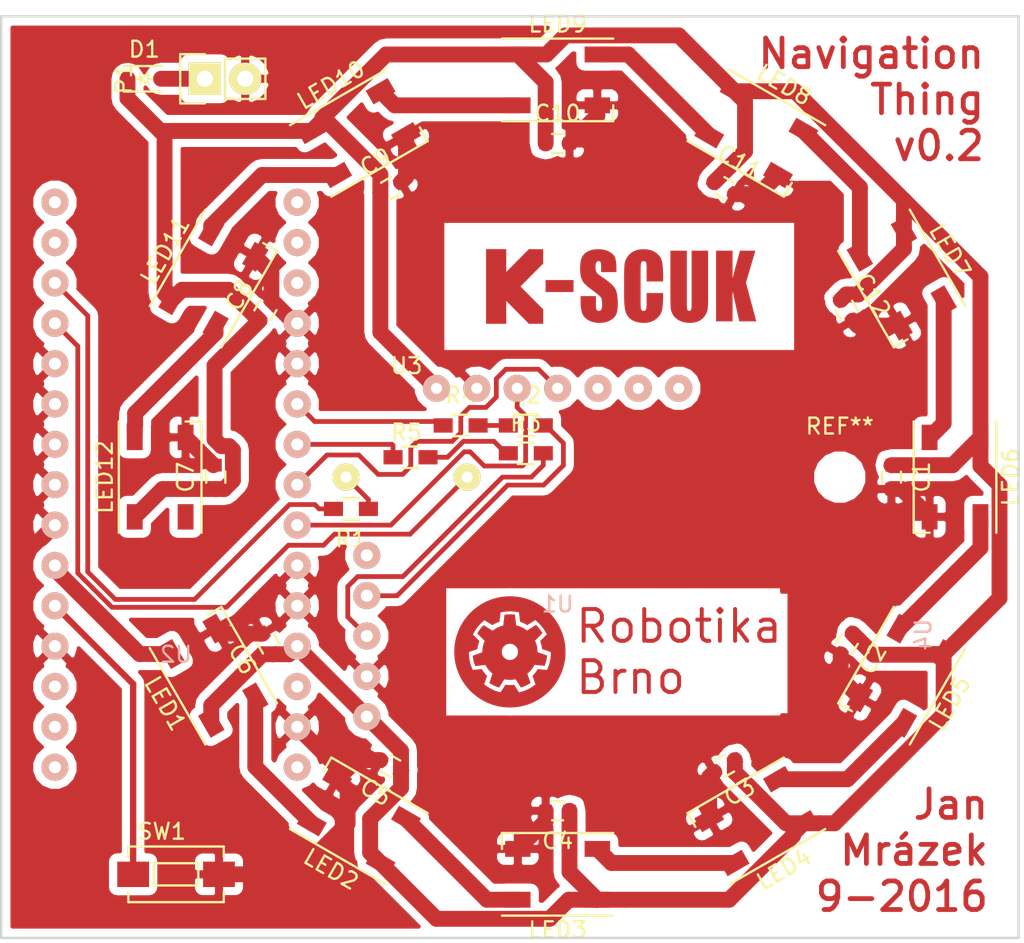
<source format=kicad_pcb>
(kicad_pcb (version 4) (host pcbnew 4.0.4+e1-6308~48~ubuntu16.04.1-stable)
  (layers (0 F.Cu signal) (31 B.Cu signal) (34 B.Paste user) (35 F.Paste user) (36 B.SilkS user) (37 F.SilkS user) (38 B.Mask user) (39 F.Mask user) (44 Edge.Cuts user))
  (net 0 "")
  (net 1 +5V)
  (net 2 GND)
  (net 3 "Net-(D1-Pad2)")
  (net 4 "Net-(R1-Pad1)")
  (net 5 "Net-(R1-Pad2)")
  (net 6 "Net-(SW1-Pad1)")
  (net 7 "Net-(U1-Pad3)")
  (net 8 "Net-(U1-Pad4)")
  (net 9 "Net-(U2-Pad27)")
  (net 10 "Net-(LED1-Pad2)")
  (net 11 "Net-(LED2-Pad2)")
  (net 12 "Net-(LED3-Pad2)")
  (net 13 "Net-(LED4-Pad2)")
  (net 14 "Net-(LED5-Pad2)")
  (net 15 "Net-(LED7-Pad2)")
  (net 16 "Net-(LED10-Pad2)")
  (net 17 "Net-(LED10-Pad4)")
  (net 18 "Net-(LED11-Pad2)")
  (net 19 "Net-(LED6-Pad2)")
  (net 20 "Net-(LED8-Pad2)")
  (net 21 LED_DATA)
  (net 22 "Net-(R2-Pad1)")
  (net 23 "Net-(R2-Pad2)")
  (net 24 "Net-(R3-Pad1)")
  (net 25 "Net-(R3-Pad2)")
  (net 26 "Net-(R4-Pad1)")
  (net 27 "Net-(R5-Pad1)")
  (module yaqwsx:arduino_nano (layer B.Cu) (at 129 101 180)
    (fp_text reference U2 (at 0 -10.16 180) (layer B.SilkS) (effects (justify mirror)))
    (fp_text value arduino_nano)
    (pad 1 thru_hole circle (at -7.62 18.3 180) (size 1.7 1.7) (drill 0.762) (layers *.Cu *.Mask B.SilkS))
    (pad 2 thru_hole circle (at -7.62 15.76 180) (size 1.7 1.7) (drill 0.762) (layers *.Cu *.Mask B.SilkS))
    (pad 3 thru_hole circle (at -7.62 13.22 180) (size 1.7 1.7) (drill 0.762) (layers *.Cu *.Mask B.SilkS))
    (pad 4 thru_hole circle (at -7.62 10.68 180) (size 1.7 1.7) (drill 0.762) (layers *.Cu *.Mask B.SilkS) (net 2 GND))
    (pad 5 thru_hole circle (at -7.62 8.14 180) (size 1.7 1.7) (drill 0.762) (layers *.Cu *.Mask B.SilkS) (net 2 GND))
    (pad 6 thru_hole circle (at -7.62 5.6 180) (size 1.7 1.7) (drill 0.762) (layers *.Cu *.Mask B.SilkS) (net 26 "Net-(R4-Pad1)"))
    (pad 7 thru_hole circle (at -7.62 3.06 180) (size 1.7 1.7) (drill 0.762) (layers *.Cu *.Mask B.SilkS) (net 27 "Net-(R5-Pad1)"))
    (pad 8 thru_hole circle (at -7.62 0.52 180) (size 1.7 1.7) (drill 0.762) (layers *.Cu *.Mask B.SilkS) (net 8 "Net-(U1-Pad4)"))
    (pad 9 thru_hole circle (at -7.62 -2.02 180) (size 1.7 1.7) (drill 0.762) (layers *.Cu *.Mask B.SilkS) (net 7 "Net-(U1-Pad3)"))
    (pad 10 thru_hole circle (at -7.62 -4.56 180) (size 1.7 1.7) (drill 0.762) (layers *.Cu *.Mask B.SilkS) (net 2 GND))
    (pad 11 thru_hole circle (at -7.62 -7.1 180) (size 1.7 1.7) (drill 0.762) (layers *.Cu *.Mask B.SilkS) (net 2 GND))
    (pad 12 thru_hole circle (at -7.62 -9.64 180) (size 1.7 1.7) (drill 0.762) (layers *.Cu *.Mask B.SilkS) (net 1 +5V))
    (pad 13 thru_hole circle (at -7.62 -12.18 180) (size 1.7 1.7) (drill 0.762) (layers *.Cu *.Mask B.SilkS))
    (pad 14 thru_hole circle (at -7.62 -14.72 180) (size 1.7 1.7) (drill 0.762) (layers *.Cu *.Mask B.SilkS) (net 2 GND))
    (pad 15 thru_hole circle (at -7.62 -17.26 180) (size 1.7 1.7) (drill 0.762) (layers *.Cu *.Mask B.SilkS))
    (pad 16 thru_hole circle (at 7.62 -17.26 180) (size 1.7 1.7) (drill 0.762) (layers *.Cu *.Mask B.SilkS))
    (pad 17 thru_hole circle (at 7.62 -14.72 180) (size 1.7 1.7) (drill 0.762) (layers *.Cu *.Mask B.SilkS))
    (pad 18 thru_hole circle (at 7.62 -12.18 180) (size 1.7 1.7) (drill 0.762) (layers *.Cu *.Mask B.SilkS))
    (pad 19 thru_hole circle (at 7.62 -9.64 180) (size 1.7 1.7) (drill 0.762) (layers *.Cu *.Mask B.SilkS) (net 2 GND))
    (pad 20 thru_hole circle (at 7.62 -7.1 180) (size 1.7 1.7) (drill 0.762) (layers *.Cu *.Mask B.SilkS) (net 6 "Net-(SW1-Pad1)"))
    (pad 21 thru_hole circle (at 7.62 -4.56 180) (size 1.7 1.7) (drill 0.762) (layers *.Cu *.Mask B.SilkS) (net 21 LED_DATA))
    (pad 22 thru_hole circle (at 7.62 -2.02 180) (size 1.7 1.7) (drill 0.762) (layers *.Cu *.Mask B.SilkS) (net 2 GND))
    (pad 23 thru_hole circle (at 7.62 0.52 180) (size 1.7 1.7) (drill 0.762) (layers *.Cu *.Mask B.SilkS) (net 2 GND))
    (pad 24 thru_hole circle (at 7.62 3.06 180) (size 1.7 1.7) (drill 0.762) (layers *.Cu *.Mask B.SilkS) (net 2 GND))
    (pad 25 thru_hole circle (at 7.62 5.6 180) (size 1.7 1.7) (drill 0.762) (layers *.Cu *.Mask B.SilkS) (net 2 GND))
    (pad 26 thru_hole circle (at 7.62 8.14 180) (size 1.7 1.7) (drill 0.762) (layers *.Cu *.Mask B.SilkS) (net 2 GND))
    (pad 27 thru_hole circle (at 7.62 10.68 180) (size 1.7 1.7) (drill 0.762) (layers *.Cu *.Mask B.SilkS) (net 9 "Net-(U2-Pad27)"))
    (pad 28 thru_hole circle (at 7.62 13.22 180) (size 1.7 1.7) (drill 0.762) (layers *.Cu *.Mask B.SilkS) (net 5 "Net-(R1-Pad2)"))
    (pad 29 thru_hole circle (at 7.62 15.76 180) (size 1.7 1.7) (drill 0.762) (layers *.Cu *.Mask B.SilkS))
    (pad 30 thru_hole circle (at 7.62 18.3 180) (size 1.7 1.7) (drill 0.762) (layers *.Cu *.Mask B.SilkS))
  )
  (module Capacitors_SMD:C_0603 (layer F.Cu) (at 171.186533 89.499999 300)
    (fp_text reference C12 (at 0 -1.9 300) (layer F.SilkS))
    (fp_text value 100n)
    (pad 1 smd rect (at -0.75 0 300) (size 0.8 0.75) (layers F.Cu F.Paste F.Mask) (net 1 +5V))
    (pad 2 smd rect (at 0.75 0 300) (size 0.8 0.75) (layers F.Cu F.Paste F.Mask) (net 2 GND))
  )
  (module Capacitors_SMD:C_0603 (layer F.Cu) (at 163.5 81.813466 330)
    (fp_text reference C11 (at 0 -1.9 330) (layer F.SilkS))
    (fp_text value 100n)
    (pad 1 smd rect (at -0.75 0 330) (size 0.8 0.75) (layers F.Cu F.Paste F.Mask) (net 1 +5V))
    (pad 2 smd rect (at 0.75 0 330) (size 0.8 0.75) (layers F.Cu F.Paste F.Mask) (net 2 GND))
  )
  (module Capacitors_SMD:C_0603 (layer F.Cu) (at 153 79)
    (fp_text reference C10 (at 0 -1.9) (layer F.SilkS))
    (fp_text value 100n)
    (pad 1 smd rect (at -0.75 0) (size 0.8 0.75) (layers F.Cu F.Paste F.Mask) (net 1 +5V))
    (pad 2 smd rect (at 0.75 0) (size 0.8 0.75) (layers F.Cu F.Paste F.Mask) (net 2 GND))
  )
  (module Capacitors_SMD:C_0603 (layer F.Cu) (at 142.5 81.813466 30)
    (fp_text reference C9 (at 0 -1.9 30) (layer F.SilkS))
    (fp_text value 100n)
    (pad 1 smd rect (at -0.75 0 30) (size 0.8 0.75) (layers F.Cu F.Paste F.Mask) (net 1 +5V))
    (pad 2 smd rect (at 0.75 0 30) (size 0.8 0.75) (layers F.Cu F.Paste F.Mask) (net 2 GND))
  )
  (module Capacitors_SMD:C_0603 (layer F.Cu) (at 134.62 89.5 60)
    (fp_text reference C8 (at 0 -1.9 60) (layer F.SilkS))
    (fp_text value 100n)
    (pad 1 smd rect (at -0.75 0 60) (size 0.8 0.75) (layers F.Cu F.Paste F.Mask) (net 1 +5V))
    (pad 2 smd rect (at 0.75 0 60) (size 0.8 0.75) (layers F.Cu F.Paste F.Mask) (net 2 GND))
  )
  (module Capacitors_SMD:C_0603 (layer F.Cu) (at 131.5 100 90)
    (fp_text reference C7 (at 0 -1.9 90) (layer F.SilkS))
    (fp_text value 100n)
    (pad 1 smd rect (at -0.75 0 90) (size 0.8 0.75) (layers F.Cu F.Paste F.Mask) (net 1 +5V))
    (pad 2 smd rect (at 0.75 0 90) (size 0.8 0.75) (layers F.Cu F.Paste F.Mask) (net 2 GND))
  )
  (module Capacitors_SMD:C_0603 (layer F.Cu) (at 134.813466 110.5 120)
    (fp_text reference C6 (at 0 -1.9 120) (layer F.SilkS))
    (fp_text value 100n)
    (pad 1 smd rect (at -0.75 0 120) (size 0.8 0.75) (layers F.Cu F.Paste F.Mask) (net 1 +5V))
    (pad 2 smd rect (at 0.75 0 120) (size 0.8 0.75) (layers F.Cu F.Paste F.Mask) (net 2 GND))
  )
  (module Capacitors_SMD:C_0603 (layer F.Cu) (at 142.5 118.186533 150)
    (fp_text reference C5 (at 0 -1.9 150) (layer F.SilkS))
    (fp_text value 100n)
    (pad 1 smd rect (at -0.75 0 150) (size 0.8 0.75) (layers F.Cu F.Paste F.Mask) (net 1 +5V))
    (pad 2 smd rect (at 0.75 0 150) (size 0.8 0.75) (layers F.Cu F.Paste F.Mask) (net 2 GND))
  )
  (module Capacitors_SMD:C_0603 (layer F.Cu) (at 153 121 180)
    (fp_text reference C4 (at 0 -1.9 180) (layer F.SilkS))
    (fp_text value 100n)
    (pad 1 smd rect (at -0.75 0 180) (size 0.8 0.75) (layers F.Cu F.Paste F.Mask) (net 1 +5V))
    (pad 2 smd rect (at 0.75 0 180) (size 0.8 0.75) (layers F.Cu F.Paste F.Mask) (net 2 GND))
  )
  (module Capacitors_SMD:C_0603 (layer F.Cu) (at 163.5 118.186533 210)
    (fp_text reference C3 (at 0 -1.9 210) (layer F.SilkS))
    (fp_text value 100n)
    (pad 1 smd rect (at -0.75 0 210) (size 0.8 0.75) (layers F.Cu F.Paste F.Mask) (net 1 +5V))
    (pad 2 smd rect (at 0.75 0 210) (size 0.8 0.75) (layers F.Cu F.Paste F.Mask) (net 2 GND))
  )
  (module Capacitors_SMD:C_0603 (layer F.Cu) (at 171.186533 110.5 240)
    (fp_text reference C2 (at 0 -1.9 240) (layer F.SilkS))
    (fp_text value 100n)
    (pad 1 smd rect (at -0.75 0 240) (size 0.8 0.75) (layers F.Cu F.Paste F.Mask) (net 1 +5V))
    (pad 2 smd rect (at 0.75 0 240) (size 0.8 0.75) (layers F.Cu F.Paste F.Mask) (net 2 GND))
  )
  (module Capacitors_SMD:C_0603 (layer F.Cu) (at 174 100 270)
    (fp_text reference C1 (at 0 -1.9 270) (layer F.SilkS))
    (fp_text value 100n)
    (pad 1 smd rect (at -0.75 0 270) (size 0.8 0.75) (layers F.Cu F.Paste F.Mask) (net 1 +5V))
    (pad 2 smd rect (at 0.75 0 270) (size 0.8 0.75) (layers F.Cu F.Paste F.Mask) (net 2 GND))
  )
  (module LEDs:LED_WS2812B-PLCC4 (layer F.Cu) (at 128 100 90)
    (fp_text reference LED12 (at 0 -3.5 90) (layer F.SilkS))
    (fp_text value WS2812B)
    (pad 3 smd rect (at 2.5 1.6 90) (size 1.6 1) (layers F.Cu F.Paste F.Mask) (net 2 GND))
    (pad 4 smd rect (at 2.5 -1.6 90) (size 1.6 1) (layers F.Cu F.Paste F.Mask) (net 18 "Net-(LED11-Pad2)"))
    (pad 2 smd rect (at -2.5 1.6 90) (size 1.6 1) (layers F.Cu F.Paste F.Mask))
    (pad 1 smd rect (at -2.5 -1.6 90) (size 1.6 1) (layers F.Cu F.Paste F.Mask) (net 1 +5V))
  )
  (module LEDs:LED_WS2812B-PLCC4 (layer F.Cu) (at 131.349364 87.5 60)
    (fp_text reference LED11 (at 0 -3.5 60) (layer F.SilkS))
    (fp_text value WS2812B)
    (pad 3 smd rect (at 2.5 1.6 60) (size 1.6 1) (layers F.Cu F.Paste F.Mask) (net 2 GND))
    (pad 4 smd rect (at 2.5 -1.6 60) (size 1.6 1) (layers F.Cu F.Paste F.Mask) (net 16 "Net-(LED10-Pad2)"))
    (pad 2 smd rect (at -2.5 1.6 60) (size 1.6 1) (layers F.Cu F.Paste F.Mask) (net 18 "Net-(LED11-Pad2)"))
    (pad 1 smd rect (at -2.5 -1.6 60) (size 1.6 1) (layers F.Cu F.Paste F.Mask) (net 1 +5V))
  )
  (module LEDs:LED_WS2812B-PLCC4 (layer F.Cu) (at 140.5 78.349364 30)
    (fp_text reference LED10 (at 0 -3.5 30) (layer F.SilkS))
    (fp_text value WS2812B)
    (pad 3 smd rect (at 2.5 1.6 30) (size 1.6 1) (layers F.Cu F.Paste F.Mask) (net 2 GND))
    (pad 4 smd rect (at 2.5 -1.6 30) (size 1.6 1) (layers F.Cu F.Paste F.Mask) (net 17 "Net-(LED10-Pad4)"))
    (pad 2 smd rect (at -2.5 1.6 30) (size 1.6 1) (layers F.Cu F.Paste F.Mask) (net 16 "Net-(LED10-Pad2)"))
    (pad 1 smd rect (at -2.5 -1.6 30) (size 1.6 1) (layers F.Cu F.Paste F.Mask) (net 1 +5V))
  )
  (module LEDs:LED_WS2812B-PLCC4 (layer F.Cu) (at 153 75)
    (fp_text reference LED9 (at 0 -3.5) (layer F.SilkS))
    (fp_text value WS2812B)
    (pad 3 smd rect (at 2.5 1.6) (size 1.6 1) (layers F.Cu F.Paste F.Mask) (net 2 GND))
    (pad 4 smd rect (at 2.5 -1.6) (size 1.6 1) (layers F.Cu F.Paste F.Mask) (net 20 "Net-(LED8-Pad2)"))
    (pad 2 smd rect (at -2.5 1.6) (size 1.6 1) (layers F.Cu F.Paste F.Mask) (net 17 "Net-(LED10-Pad4)"))
    (pad 1 smd rect (at -2.5 -1.6) (size 1.6 1) (layers F.Cu F.Paste F.Mask) (net 1 +5V))
  )
  (module LEDs:LED_WS2812B-PLCC4 (layer F.Cu) (at 165.5 78.349364 330)
    (fp_text reference LED8 (at 0 -3.5 330) (layer F.SilkS))
    (fp_text value WS2812B)
    (pad 3 smd rect (at 2.5 1.6 330) (size 1.6 1) (layers F.Cu F.Paste F.Mask) (net 2 GND))
    (pad 4 smd rect (at 2.5 -1.6 330) (size 1.6 1) (layers F.Cu F.Paste F.Mask) (net 15 "Net-(LED7-Pad2)"))
    (pad 2 smd rect (at -2.5 1.6 330) (size 1.6 1) (layers F.Cu F.Paste F.Mask) (net 20 "Net-(LED8-Pad2)"))
    (pad 1 smd rect (at -2.5 -1.6 330) (size 1.6 1) (layers F.Cu F.Paste F.Mask) (net 1 +5V))
  )
  (module LEDs:LED_WS2812B-PLCC4 (layer F.Cu) (at 174.650635 87.499999 300)
    (fp_text reference LED7 (at 0 -3.5 300) (layer F.SilkS))
    (fp_text value WS2812B)
    (pad 3 smd rect (at 2.5 1.6 300) (size 1.6 1) (layers F.Cu F.Paste F.Mask) (net 2 GND))
    (pad 4 smd rect (at 2.5 -1.6 300) (size 1.6 1) (layers F.Cu F.Paste F.Mask) (net 19 "Net-(LED6-Pad2)"))
    (pad 2 smd rect (at -2.5 1.6 300) (size 1.6 1) (layers F.Cu F.Paste F.Mask) (net 15 "Net-(LED7-Pad2)"))
    (pad 1 smd rect (at -2.5 -1.6 300) (size 1.6 1) (layers F.Cu F.Paste F.Mask) (net 1 +5V))
  )
  (module LEDs:LED_WS2812B-PLCC4 (layer F.Cu) (at 178 100 270)
    (fp_text reference LED6 (at 0 -3.5 270) (layer F.SilkS))
    (fp_text value WS2812B)
    (pad 3 smd rect (at 2.5 1.6 270) (size 1.6 1) (layers F.Cu F.Paste F.Mask) (net 2 GND))
    (pad 4 smd rect (at 2.5 -1.6 270) (size 1.6 1) (layers F.Cu F.Paste F.Mask) (net 14 "Net-(LED5-Pad2)"))
    (pad 2 smd rect (at -2.5 1.6 270) (size 1.6 1) (layers F.Cu F.Paste F.Mask) (net 19 "Net-(LED6-Pad2)"))
    (pad 1 smd rect (at -2.5 -1.6 270) (size 1.6 1) (layers F.Cu F.Paste F.Mask) (net 1 +5V))
  )
  (module LEDs:LED_WS2812B-PLCC4 (layer F.Cu) (at 174.650635 112.5 240)
    (fp_text reference LED5 (at 0 -3.5 240) (layer F.SilkS))
    (fp_text value WS2812B)
    (pad 3 smd rect (at 2.5 1.6 240) (size 1.6 1) (layers F.Cu F.Paste F.Mask) (net 2 GND))
    (pad 4 smd rect (at 2.5 -1.6 240) (size 1.6 1) (layers F.Cu F.Paste F.Mask) (net 13 "Net-(LED4-Pad2)"))
    (pad 2 smd rect (at -2.5 1.6 240) (size 1.6 1) (layers F.Cu F.Paste F.Mask) (net 14 "Net-(LED5-Pad2)"))
    (pad 1 smd rect (at -2.5 -1.6 240) (size 1.6 1) (layers F.Cu F.Paste F.Mask) (net 1 +5V))
  )
  (module LEDs:LED_WS2812B-PLCC4 (layer F.Cu) (at 165.5 121.650635 210)
    (fp_text reference LED4 (at 0 -3.5 210) (layer F.SilkS))
    (fp_text value WS2812B)
    (pad 3 smd rect (at 2.5 1.6 210) (size 1.6 1) (layers F.Cu F.Paste F.Mask) (net 2 GND))
    (pad 4 smd rect (at 2.5 -1.6 210) (size 1.6 1) (layers F.Cu F.Paste F.Mask) (net 12 "Net-(LED3-Pad2)"))
    (pad 2 smd rect (at -2.5 1.6 210) (size 1.6 1) (layers F.Cu F.Paste F.Mask) (net 13 "Net-(LED4-Pad2)"))
    (pad 1 smd rect (at -2.5 -1.6 210) (size 1.6 1) (layers F.Cu F.Paste F.Mask) (net 1 +5V))
  )
  (module LEDs:LED_WS2812B-PLCC4 (layer F.Cu) (at 153 125 180)
    (fp_text reference LED3 (at 0 -3.5 180) (layer F.SilkS))
    (fp_text value WS2812B)
    (pad 3 smd rect (at 2.5 1.6 180) (size 1.6 1) (layers F.Cu F.Paste F.Mask) (net 2 GND))
    (pad 4 smd rect (at 2.5 -1.6 180) (size 1.6 1) (layers F.Cu F.Paste F.Mask) (net 11 "Net-(LED2-Pad2)"))
    (pad 2 smd rect (at -2.5 1.6 180) (size 1.6 1) (layers F.Cu F.Paste F.Mask) (net 12 "Net-(LED3-Pad2)"))
    (pad 1 smd rect (at -2.5 -1.6 180) (size 1.6 1) (layers F.Cu F.Paste F.Mask) (net 1 +5V))
  )
  (module LEDs:LED_WS2812B-PLCC4 (layer F.Cu) (at 140.5 121.650635 150)
    (fp_text reference LED2 (at 0 -3.5 150) (layer F.SilkS))
    (fp_text value WS2812B)
    (pad 3 smd rect (at 2.5 1.6 150) (size 1.6 1) (layers F.Cu F.Paste F.Mask) (net 2 GND))
    (pad 4 smd rect (at 2.5 -1.6 150) (size 1.6 1) (layers F.Cu F.Paste F.Mask) (net 10 "Net-(LED1-Pad2)"))
    (pad 2 smd rect (at -2.5 1.6 150) (size 1.6 1) (layers F.Cu F.Paste F.Mask) (net 11 "Net-(LED2-Pad2)"))
    (pad 1 smd rect (at -2.5 -1.6 150) (size 1.6 1) (layers F.Cu F.Paste F.Mask) (net 1 +5V))
  )
  (module yaqwsx:NEO-6M_module (layer B.Cu) (at 157 109.92 270)
    (fp_text reference U4 (at 0 -19 270) (layer B.SilkS) (effects (justify mirror)))
    (fp_text value NEO-6M_module)
    (pad 1 thru_hole circle (at -5 16 270) (size 1.7 1.7) (drill 0.762) (layers *.Cu *.Mask B.SilkS))
    (pad 2 thru_hole circle (at -2.46 16 270) (size 1.7 1.7) (drill 0.762) (layers *.Cu *.Mask B.SilkS) (net 23 "Net-(R2-Pad2)"))
    (pad 3 thru_hole circle (at 0.08 16 270) (size 1.7 1.7) (drill 0.762) (layers *.Cu *.Mask B.SilkS) (net 25 "Net-(R3-Pad2)"))
    (pad 4 thru_hole circle (at 2.62 16 270) (size 1.7 1.7) (drill 0.762) (layers *.Cu *.Mask B.SilkS) (net 2 GND))
    (pad 5 thru_hole circle (at 5.16 16 270) (size 1.7 1.7) (drill 0.762) (layers *.Cu *.Mask B.SilkS) (net 1 +5V))
  )
  (module yaqwsx:piezo_12 (layer F.Cu) (at 143.5 100 180)
    (fp_text reference U3 (at 0 7 180) (layer F.SilkS))
    (fp_text value PIEZO)
    (pad 1 thru_hole circle (at -3.81 0 180) (size 1.7 1.7) (drill 0.7) (layers *.Cu *.Mask F.SilkS) (net 9 "Net-(U2-Pad27)"))
    (pad 2 thru_hole circle (at 3.81 0 180) (size 1.7 1.7) (drill 0.7) (layers *.Cu *.Mask F.SilkS) (net 4 "Net-(R1-Pad1)"))
  )
  (module yaqwsx:HMC5983_module (layer B.Cu) (at 153 100 180)
    (fp_text reference U1 (at 0 -8 180) (layer B.SilkS) (effects (justify mirror)))
    (fp_text value HMC5983_module)
    (pad 1 thru_hole circle (at 7.62 5.588 180) (size 1.7 1.7) (drill 0.7) (layers *.Cu *.Mask B.SilkS) (net 1 +5V))
    (pad 2 thru_hole circle (at 5.08 5.588 180) (size 1.7 1.7) (drill 0.7) (layers *.Cu *.Mask B.SilkS) (net 2 GND))
    (pad 3 thru_hole circle (at 2.54 5.588 180) (size 1.7 1.7) (drill 0.7) (layers *.Cu *.Mask B.SilkS) (net 7 "Net-(U1-Pad3)"))
    (pad 4 thru_hole circle (at 0 5.588 180) (size 1.7 1.7) (drill 0.7) (layers *.Cu *.Mask B.SilkS) (net 8 "Net-(U1-Pad4)"))
    (pad 5 thru_hole circle (at -2.54 5.588 180) (size 1.7 1.7) (drill 0.7) (layers *.Cu *.Mask B.SilkS))
    (pad 6 thru_hole circle (at -5.08 5.588 180) (size 1.7 1.7) (drill 0.7) (layers *.Cu *.Mask B.SilkS))
    (pad 7 thru_hole circle (at -7.62 5.588 180) (size 1.7 1.7) (drill 0.7) (layers *.Cu *.Mask B.SilkS))
  )
  (module Buttons_Switches_SMD:SW_SPST_EVQPE1 (layer F.Cu) (at 129 125)
    (fp_text reference SW1 (at -0.9 -2.7) (layer F.SilkS))
    (fp_text value SW_PUSH)
    (pad 2 smd rect (at 2.7 0) (size 2 1.6) (layers F.Cu F.Paste F.Mask) (net 2 GND))
    (pad 1 smd rect (at -2.7 0) (size 2 1.6) (layers F.Cu F.Paste F.Mask) (net 6 "Net-(SW1-Pad1)"))
  )
  (module Resistors_SMD:R_0603_HandSoldering (layer F.Cu) (at 140 102 180)
    (fp_text reference R1 (at 0 -1.9 180) (layer F.SilkS))
    (fp_text value 100R)
    (pad 1 smd rect (at -1.1 0 180) (size 1.2 0.9) (layers F.Cu F.Paste F.Mask) (net 4 "Net-(R1-Pad1)"))
    (pad 2 smd rect (at 1.1 0 180) (size 1.2 0.9) (layers F.Cu F.Paste F.Mask) (net 5 "Net-(R1-Pad2)"))
  )
  (module Pin_Headers:Pin_Header_Straight_1x02 (layer F.Cu) (at 130.81 74.93 90)
    (fp_text reference P1 (at 0 -5.1 90) (layer F.SilkS))
    (fp_text value CONN_01X02)
    (pad 1 thru_hole rect (at 0 0 90) (size 2.032 2.032) (drill 1.016) (layers *.Cu *.Mask F.SilkS) (net 3 "Net-(D1-Pad2)"))
    (pad 2 thru_hole oval (at 0 2.54 90) (size 2.032 2.032) (drill 1.016) (layers *.Cu *.Mask F.SilkS) (net 2 GND))
  )
  (module Diodes_SMD:SOD-323 (layer F.Cu) (at 127 74.93)
    (fp_text reference D1 (at 0 -1.85) (layer F.SilkS))
    (fp_text value D)
    (pad 1 smd rect (at -1.055 0) (size 0.59 0.45) (layers F.Cu F.Paste F.Mask) (net 1 +5V))
    (pad 2 smd rect (at 1.055 0) (size 0.59 0.45) (layers F.Cu F.Paste F.Mask) (net 3 "Net-(D1-Pad2)"))
  )
  (module LEDs:LED_WS2812B-PLCC4 (layer F.Cu) (at 131.349364 112.5 120)
    (fp_text reference LED1 (at 0 -3.5 120) (layer F.SilkS))
    (fp_text value WS2812B)
    (pad 3 smd rect (at 2.5 1.6 120) (size 1.6 1) (layers F.Cu F.Paste F.Mask) (net 2 GND))
    (pad 4 smd rect (at 2.5 -1.6 120) (size 1.6 1) (layers F.Cu F.Paste F.Mask) (net 21 LED_DATA))
    (pad 2 smd rect (at -2.5 1.6 120) (size 1.6 1) (layers F.Cu F.Paste F.Mask) (net 10 "Net-(LED1-Pad2)"))
    (pad 1 smd rect (at -2.5 -1.6 120) (size 1.6 1) (layers F.Cu F.Paste F.Mask) (net 1 +5V))
  )
  (module yaqwsx:robotarna_cu_7mm (layer F.Cu) (at 150 111)
    (fp_text reference svg2mod hide)
    (fp_text value G*** hide)
    (fp_poly (pts (xy 2.330462 1.139966) (xy 0.517197 3.462051) (xy 0.553302 3.45651) (xy 0.589286 3.450602) (xy 0.625145 3.44433) (xy 0.660879 3.437694) (xy 0.696484 3.430698) (xy 0.731959 3.423342) (xy 0.767302 3.41563) (xy 0.802511 3.407562) (xy 0.837584 3.399142) (xy 0.872519 3.390371) (xy 0.907314 3.38125) (xy 0.941968 3.371782) (xy 0.976477 3.361969) (xy 1.01084 3.351813) (xy 1.045056 3.341316) (xy 1.079122 3.33048) (xy 1.113036 3.319306) (xy 1.146796 3.307797) (xy 1.1804 3.295955) (xy 1.213847 3.283781) (xy 1.247134 3.271278) (xy 1.28026 3.258448) (xy 1.313222 3.245292) (xy 1.346018 3.231813) (xy 1.378646 3.218012) (xy 1.411106 3.203892) (xy 1.443393 3.189454) (xy 1.475507 3.174701) (xy 1.507446 3.159634) (xy 1.539207 3.144256) (xy 1.570789 3.128568) (xy 1.602189 3.112572) (xy 1.633406 3.096271) (xy 1.664438 3.079666) (xy 1.695283 3.062759) (xy 1.725938 3.045552) (xy 1.756402 3.028048) (xy 1.786672 3.010248) (xy 1.816748 2.992154) (xy 1.846626 2.973768) (xy 1.876305 2.955092) (xy 1.905783 2.936128) (xy 1.935058 2.916879) (xy 1.964128 2.897345) (xy 1.992991 2.87753) (xy 2.021645 2.857434) (xy 2.050088 2.83706) (xy 2.078318 2.81641) (xy 2.106333 2.795486) (xy 2.134131 2.77429) (xy 2.161711 2.752824) (xy 2.189069 2.73109) (xy 2.216205 2.709089) (xy 2.243115 2.686824) (xy 2.2698 2.664297) (xy 2.296255 2.641509) (xy 2.322479 2.618464) (xy 2.348471 2.595161) (xy 2.374229 2.571605) (xy 2.399749 2.547796) (xy 2.425031 2.523737) (xy 2.450073 2.499429) (xy 2.474872 2.474874) (xy 2.499426 2.450076) (xy 2.523734 2.425034) (xy 2.547794 2.399752) (xy 2.571603 2.374232) (xy 2.595159 2.348474) (xy 2.618462 2.322483) (xy 2.641508 2.296258) (xy 2.664295 2.269803) (xy 2.686822 2.243119) (xy 2.709087 2.216208) (xy 2.731088 2.189073) (xy 2.752823 2.161714) (xy 2.774289 2.134135) (xy 2.795485 2.106337) (xy 2.816409 2.078322) (xy 2.837059 2.050092) (xy 2.857433 2.02165) (xy 2.877528 1.992996) (xy 2.897344 1.964133) (xy 2.916878 1.935063) (xy 2.936128 1.905788) (xy 2.955091 1.876311) (xy 2.973767 1.846632) (xy 2.992153 1.816753) (xy 3.010247 1.786678) (xy 3.028047 1.756407) (xy 3.045552 1.725944) (xy 3.062758 1.695289) (xy 3.079665 1.664445) (xy 3.09627 1.633413) (xy 3.112572 1.602196) (xy 3.128567 1.570796) (xy 3.144255 1.539214) (xy 3.159634 1.507453) (xy 3.174701 1.475515) (xy 3.189454 1.443401) (xy 3.203892 1.411113) (xy 3.218012 1.378655) (xy 3.231813 1.346026) (xy 3.245292 1.31323) (xy 3.258448 1.280269) (xy 3.271278 1.247143) (xy 3.283781 1.213856) (xy 3.295955 1.18041) (xy 3.307797 1.146806) (xy 3.319306 1.113046) (xy 3.33048 1.079132) (xy 3.341316 1.045066) (xy 3.351813 1.010851) (xy 3.361969 0.976488) (xy 3.371782 0.941979) (xy 3.38125 0.907326) (xy 3.39037 0.872531) (xy 3.399142 0.837596) (xy 3.407562 0.802524) (xy 3.41563 0.767315) (xy 3.423342 0.731972) (xy 3.430698 0.696497) (xy 3.437694 0.660892) (xy 3.44433 0.625159) (xy 3.450602 0.5893) (xy 3.45651 0.553317) (xy 3.462051 0.517211) (xy 3.467223 0.480986) (xy 3.472024 0.444642) (xy 3.476453 0.408182) (xy 3.480507 0.371607) (xy 3.484184 0.33492) (xy 3.487482 0.298123) (xy 3.4904 0.261217) (xy 3.492935 0.224205) (xy 3.495086 0.187089) (xy 3.49685 0.14987) (xy 3.498225 0.112551) (xy 3.49921 0.075133) (xy 3.499802 0.037619) (xy 3.5 0.00001) (xy 3.499802 -0.037599) (xy 3.49921 -0.075114) (xy 3.498225 -0.112532) (xy 3.49685 -0.149852) (xy 3.495086 -0.187071) (xy 3.492935 -0.224188) (xy 3.4904 -0.2612) (xy 3.487482 -0.298106) (xy 3.484184 -0.334904) (xy 3.480507 -0.371591) (xy 3.476453 -0.408166) (xy 3.472024 -0.444626) (xy 3.467223 -0.480971) (xy 3.462051 -0.517197) (xy 3.45651 -0.553302) (xy 3.450602 -0.589286) (xy 3.44433 -0.625145) (xy 3.437694 -0.660879) (xy 3.430698 -0.696484) (xy 3.423342 -0.731959) (xy 3.41563 -0.767302) (xy 3.407562 -0.802511) (xy 3.399142 -0.837584) (xy 3.39037 -0.872519) (xy 3.38125 -0.907314) (xy 3.371782 -0.941968) (xy 3.361969 -0.976477) (xy 3.351813 -1.01084) (xy 3.341316 -1.045056) (xy 3.33048 -1.079122) (xy 3.319306 -1.113036) (xy 3.307797 -1.146796) (xy 3.295955 -1.1804) (xy 3.283781 -1.213847) (xy 3.271278 -1.247134) (xy 3.258448 -1.28026) (xy 3.245292 -1.313222) (xy 3.231813 -1.346018) (xy 3.218012 -1.378646) (xy 3.203892 -1.411106) (xy 3.189454 -1.443393) (xy 3.174701 -1.475507) (xy 3.159634 -1.507446) (xy 3.144255 -1.539207) (xy 3.128567 -1.570789) (xy 3.112572 -1.602189) (xy 3.09627 -1.633406) (xy 3.079665 -1.664438) (xy 3.062758 -1.695283) (xy 3.045552 -1.725938) (xy 3.028047 -1.756402) (xy 3.010247 -1.786672) (xy 2.992153 -1.816748) (xy 2.973767 -1.846626) (xy 2.955091 -1.876305) (xy 2.936128 -1.905783) (xy 2.916878 -1.935058) (xy 2.897344 -1.964128) (xy 2.877528 -1.992991) (xy 2.857433 -2.021645) (xy 2.837059 -2.050088) (xy 2.816409 -2.078318) (xy 2.795485 -2.106333) (xy 2.774289 -2.134131) (xy 2.752823 -2.161711) (xy 2.731088 -2.189069) (xy 2.709087 -2.216205) (xy 2.686822 -2.243115) (xy 2.664295 -2.2698) (xy 2.641508 -2.296255) (xy 2.618462 -2.322479) (xy 2.595159 -2.348471) (xy 2.571603 -2.374229) (xy 2.547794 -2.399749) (xy 2.523734 -2.425031) (xy 2.499426 -2.450073) (xy 2.474872 -2.474872) (xy 2.450073 -2.499426) (xy 2.425031 -2.523734) (xy 2.399749 -2.547794) (xy 2.374229 -2.571603) (xy 2.348471 -2.595159) (xy 2.322479 -2.618462) (xy 2.296255 -2.641508) (xy 2.2698 -2.664295) (xy 2.243115 -2.686822) (xy 2.216205 -2.709087) (xy 2.189069 -2.731088) (xy 2.161711 -2.752823) (xy 2.134131 -2.774289) (xy 2.106333 -2.795485) (xy 2.078318 -2.816409) (xy 2.050088 -2.837059) (xy 2.021645 -2.857433) (xy 1.992991 -2.877528) (xy 1.964128 -2.897344) (xy 1.935058 -2.916878) (xy 1.905783 -2.936128) (xy 1.876305 -2.955091) (xy 1.846626 -2.973767) (xy 1.816748 -2.992153) (xy 1.786672 -3.010247) (xy 1.756402 -3.028047) (xy 1.725938 -3.045552) (xy 1.695283 -3.062758) (xy 1.664438 -3.079665) (xy 1.633406 -3.09627) (xy 1.602189 -3.112572) (xy 1.570789 -3.128567) (xy 1.539207 -3.144255) (xy 1.507446 -3.159634) (xy 1.475507 -3.174701) (xy 1.443393 -3.189454) (xy 1.411106 -3.203892) (xy 1.378646 -3.218012) (xy 1.346018 -3.231813) (xy 1.313222 -3.245292) (xy 1.28026 -3.258448) (xy 1.247134 -3.271278) (xy 1.213847 -3.283781) (xy 1.1804 -3.295955) (xy 1.146796 -3.307797) (xy 1.113036 -3.319306) (xy 1.079122 -3.33048) (xy 1.045056 -3.341316) (xy 1.01084 -3.351813) (xy 0.976477 -3.361969) (xy 0.941968 -3.371782) (xy 0.907314 -3.38125) (xy 0.872519 -3.39037) (xy 0.837584 -3.399142) (xy 0.802511 -3.407562) (xy 0.767302 -3.41563) (xy 0.731959 -3.423342) (xy 0.696484 -3.430698) (xy 0.660879 -3.437694) (xy 0.625145 -3.44433) (xy 0.589286 -3.450602) (xy 0.553302 -3.45651) (xy 0.517197 -3.462051) (xy 0.480971 -3.467223) (xy 0.444626 -3.472024) (xy 0.408166 -3.476453) (xy 0.371591 -3.480507) (xy 0.334904 -3.484184) (xy 0.298106 -3.487482) (xy 0.2612 -3.4904) (xy 0.224188 -3.492935) (xy 0.187071 -3.495086) (xy 0.149852 -3.49685) (xy 0.112532 -3.498225) (xy 0.075114 -3.49921) (xy 0.037599 -3.499802) (xy -0.00001 -3.5) (xy -0.037619 -3.499802) (xy -0.075133 -3.49921) (xy -0.112551 -3.498225) (xy -0.14987 -3.49685) (xy -0.187089 -3.495086) (xy -0.224205 -3.492935) (xy -0.261217 -3.4904) (xy -0.298123 -3.487482) (xy -0.33492 -3.484184) (xy -0.371607 -3.480507) (xy -0.408182 -3.476453) (xy -0.444642 -3.472024) (xy -0.480986 -3.467223) (xy -0.517211 -3.462051) (xy -0.553317 -3.45651) (xy -0.5893 -3.450602) (xy -0.625159 -3.44433) (xy -0.660892 -3.437694) (xy -0.696497 -3.430698) (xy -0.731972 -3.423342) (xy -0.767315 -3.41563) (xy -0.802524 -3.407562) (xy -0.837596 -3.399142) (xy -0.872531 -3.39037) (xy -0.907326 -3.38125) (xy -0.941979 -3.371782) (xy -0.976488 -3.361969) (xy -1.010851 -3.351813) (xy -1.045066 -3.341316) (xy -1.079132 -3.33048) (xy -1.113046 -3.319306) (xy -1.146806 -3.307797) (xy -1.18041 -3.295955) (xy -1.213856 -3.283781) (xy -1.247143 -3.271278) (xy -1.280269 -3.258448) (xy -1.31323 -3.245292) (xy -1.346026 -3.231813) (xy -1.378655 -3.218012) (xy -1.411113 -3.203892) (xy -1.443401 -3.189454) (xy -1.475515 -3.174701) (xy -1.507453 -3.159634) (xy -1.539214 -3.144255) (xy -1.570796 -3.128567) (xy -1.602196 -3.112572) (xy -1.633413 -3.09627) (xy -1.664445 -3.079665) (xy -1.695289 -3.062758) (xy -1.725944 -3.045552) (xy -1.756407 -3.028047) (xy -1.786678 -3.010247) (xy -1.816753 -2.992153) (xy -1.846632 -2.973767) (xy -1.876311 -2.955091) (xy -1.905788 -2.936128) (xy -1.935063 -2.916878) (xy -1.964133 -2.897344) (xy -1.992996 -2.877528) (xy -2.02165 -2.857433) (xy -2.050092 -2.837059) (xy -2.078322 -2.816409) (xy -2.106337 -2.795485) (xy -2.134135 -2.774289) (xy -2.161714 -2.752823) (xy -2.189073 -2.731088) (xy -2.216208 -2.709087) (xy -2.243119 -2.686822) (xy -2.269803 -2.664295) (xy -2.296258 -2.641508) (xy -2.322483 -2.618462) (xy -2.348474 -2.595159) (xy -2.374232 -2.571603) (xy -2.399752 -2.547794) (xy -2.425034 -2.523734) (xy -2.450076 -2.499426) (xy -2.474874 -2.474872) (xy -2.499429 -2.450073) (xy -2.523737 -2.425031) (xy -2.547796 -2.399749) (xy -2.571605 -2.374229) (xy -2.595161 -2.348471) (xy -2.618464 -2.322479) (xy -2.641509 -2.296255) (xy -2.664297 -2.2698) (xy -2.686824 -2.243115) (xy -2.709089 -2.216205) (xy -2.73109 -2.189069) (xy -2.752824 -2.161711) (xy -2.77429 -2.134131) (xy -2.795486 -2.106333) (xy -2.81641 -2.078318) (xy -2.83706 -2.050088) (xy -2.857434 -2.021645) (xy -2.87753 -1.992991) (xy -2.897345 -1.964128) (xy -2.916879 -1.935058) (xy -2.936128 -1.905783) (xy -2.955092 -1.876305) (xy -2.973768 -1.846626) (xy -2.992154 -1.816748) (xy -3.010248 -1.786672) (xy -3.028048 -1.756402) (xy -3.045552 -1.725938) (xy -3.062759 -1.695283) (xy -3.079666 -1.664438) (xy -3.096271 -1.633406) (xy -3.112572 -1.602189) (xy -3.128568 -1.570789) (xy -3.144256 -1.539207) (xy -3.159634 -1.507446) (xy -3.174701 -1.475507) (xy -3.189454 -1.443393) (xy -3.203892 -1.411106) (xy -3.218012 -1.378646) (xy -3.231813 -1.346018) (xy -3.245292 -1.313222) (xy -3.258448 -1.28026) (xy -3.271278 -1.247134) (xy -3.283781 -1.213847) (xy -3.295955 -1.1804) (xy -3.307797 -1.146796) (xy -3.319306 -1.113036) (xy -3.33048 -1.079122) (xy -3.341316 -1.045056) (xy -3.351813 -1.01084) (xy -3.361969 -0.976477) (xy -3.371782 -0.941968) (xy -3.38125 -0.907314) (xy -3.390371 -0.872519) (xy -3.399142 -0.837584) (xy -3.407562 -0.802511) (xy -3.41563 -0.767302) (xy -3.423342 -0.731959) (xy -3.430698 -0.696484) (xy -3.437694 -0.660879) (xy -3.44433 -0.625145) (xy -3.450602 -0.589286) (xy -3.45651 -0.553302) (xy -3.462051 -0.517197) (xy -3.467223 -0.480971) (xy -3.472024 -0.444626) (xy -3.476453 -0.408166) (xy -3.480507 -0.371591) (xy -3.484184 -0.334904) (xy -3.487482 -0.298106) (xy -3.4904 -0.2612) (xy -3.492935 -0.224188) (xy -3.495086 -0.187071) (xy -3.49685 -0.149852) (xy -3.498225 -0.112532) (xy -3.49921 -0.075114) (xy -3.499802 -0.037599) (xy -3.5 0.00001) (xy -3.499802 0.037619) (xy -3.49921 0.075133) (xy -3.498225 0.112551) (xy -3.49685 0.14987) (xy -3.495086 0.187089) (xy -3.492935 0.224205) (xy -3.4904 0.261217) (xy -3.487482 0.298123) (xy -3.484184 0.33492) (xy -3.480507 0.371607) (xy -3.476453 0.408182) (xy -3.472024 0.444642) (xy -3.467223 0.480986) (xy -3.462051 0.517211) (xy -3.45651 0.553317) (xy -3.450602 0.5893) (xy -3.44433 0.625159) (xy -3.437694 0.660892) (xy -3.430698 0.696497) (xy -3.423342 0.731972) (xy -3.41563 0.767315) (xy -3.407562 0.802524) (xy -3.399142 0.837596) (xy -3.390371 0.872531) (xy -3.38125 0.907326) (xy -3.371782 0.941979) (xy -3.361969 0.976488) (xy -3.351813 1.010851) (xy -3.341316 1.045066) (xy -3.33048 1.079132) (xy -3.319306 1.113046) (xy -3.307797 1.146806) (xy -3.295955 1.18041) (xy -3.283781 1.213856) (xy -3.271278 1.247143) (xy -3.258448 1.280269) (xy -3.245292 1.31323) (xy -3.231813 1.346026) (xy -3.218012 1.378655) (xy -3.203892 1.411113) (xy -3.189454 1.443401) (xy -3.174701 1.475515) (xy -3.159634 1.507453) (xy -3.144256 1.539214) (xy -3.128568 1.570796) (xy -3.112572 1.602196) (xy -3.096271 1.633413) (xy -3.079666 1.664445) (xy -3.062759 1.695289) (xy -3.045552 1.725944) (xy -3.028048 1.756407) (xy -3.010248 1.786678) (xy -2.992154 1.816753) (xy -2.973768 1.846632) (xy -2.955092 1.876311) (xy -2.936128 1.905788) (xy -2.916879 1.935063) (xy -2.897345 1.964133) (xy -2.87753 1.992996) (xy -2.857434 2.02165) (xy -2.83706 2.050092) (xy -2.81641 2.078322) (xy -2.795486 2.106337) (xy -2.77429 2.134135) (xy -2.752824 2.161714) (xy -2.73109 2.189073) (xy -2.709089 2.216208) (xy -2.686824 2.243119) (xy -2.664297 2.269803) (xy -2.641509 2.296258) (xy -2.618464 2.322483) (xy -2.595161 2.348474) (xy -2.571605 2.374232) (xy -2.547796 2.399752) (xy -2.523737 2.425034) (xy -2.499429 2.450076) (xy -2.474874 2.474874) (xy -2.450076 2.499429) (xy -2.425034 2.523737) (xy -2.399752 2.547796) (xy -2.374232 2.571605) (xy -2.348474 2.595161) (xy -2.322483 2.618464) (xy -2.296258 2.641509) (xy -2.269803 2.664297) (xy -2.243119 2.686824) (xy -2.216208 2.709089) (xy -2.189073 2.73109) (xy -2.161714 2.752824) (xy -2.134135 2.77429) (xy -2.106337 2.795486) (xy -2.078322 2.81641) (xy -2.050092 2.83706) (xy -2.02165 2.857434) (xy -1.992996 2.87753) (xy -1.964133 2.897345) (xy -1.935063 2.916879) (xy -1.905788 2.936128) (xy -1.876311 2.955092) (xy -1.846632 2.973768) (xy -1.816753 2.992154) (xy -1.786678 3.010248) (xy -1.756407 3.028048) (xy -1.725944 3.045552) (xy -1.695289 3.062759) (xy -1.664445 3.079666) (xy -1.633413 3.096271) (xy -1.602196 3.112572) (xy -1.570796 3.128568) (xy -1.539214 3.144256) (xy -1.507453 3.159634) (xy -1.475515 3.174701) (xy -1.443401 3.189454) (xy -1.411113 3.203892) (xy -1.378655 3.218012) (xy -1.346026 3.231813) (xy -1.31323 3.245292) (xy -1.280269 3.258448) (xy -1.247143 3.271278) (xy -1.213856 3.283781) (xy -1.18041 3.295955) (xy -1.146806 3.307797) (xy -1.113046 3.319306) (xy -1.079132 3.33048) (xy -1.045066 3.341316) (xy -1.010851 3.351813) (xy -0.976488 3.361969) (xy -0.941979 3.371782) (xy -0.907326 3.38125) (xy -0.872531 3.390371) (xy -0.837596 3.399142) (xy -0.802524 3.407562) (xy -0.767315 3.41563) (xy -0.731972 3.423342) (xy -0.696497 3.430698) (xy -0.660892 3.437694) (xy -0.625159 3.44433) (xy -0.5893 3.450602) (xy -0.553317 3.45651) (xy -0.517211 3.462051) (xy -0.480986 3.467223) (xy -0.444642 3.472024) (xy -0.408182 3.476453) (xy -0.371607 3.480507) (xy -0.33492 3.484184) (xy -0.298123 3.487482) (xy -0.261217 3.4904) (xy -0.224205 3.492935) (xy -0.187089 3.495086) (xy -0.14987 3.49685) (xy -0.112551 3.498225) (xy -0.075133 3.49921) (xy -0.037619 3.499802) (xy -0.00001 3.5) (xy 0.037599 3.499802) (xy 0.075114 3.49921) (xy 0.112532 3.498225) (xy 0.149852 3.49685) (xy 0.187071 3.495086) (xy 0.224188 3.492935) (xy 0.2612 3.4904) (xy 0.298106 3.487482) (xy 0.334904 3.484184) (xy 0.371591 3.480507) (xy 0.408166 3.476453) (xy 0.444626 3.472024) (xy 0.480971 3.467223) (xy 0.517197 3.462051) (xy 2.330462 1.139966) (xy 1.755073 1.077797) (xy 1.734941 1.111283) (xy 1.714191 1.144349) (xy 1.692832 1.176985) (xy 1.670872 1.209185) (xy 1.648318 1.24094) (xy 1.625178 1.272243) (xy 1.601461 1.303085) (xy 1.577173 1.333459) (xy 1.552325 1.363358) (xy 1.526922 1.392773) (xy 1.500973 1.421695) (xy 1.474487 1.450119) (xy 1.44747 1.478035) (xy 1.419931 1.505435) (xy 1.607636 2.049809) (xy 1.577683 2.073349) (xy 1.547378 2.096455) (xy 1.516724 2.119121) (xy 1.485726 2.141343) (xy 1.454388 2.163116) (xy 1.422717 2.184435) (xy 1.390715 2.205297) (xy 1.358389 2.225695) (xy 1.325741 2.245626) (xy 1.292778 2.265084) (xy 1.259504 2.284065) (xy 1.225924 2.302564) (xy 1.192041 2.320577) (xy 1.157862 2.338098) (xy 1.12339 2.355124) (xy 1.08863 2.371648) (xy 1.053588 2.387667) (xy 1.018266 2.403176) (xy 0.982671 2.41817) (xy 0.946807 2.432644) (xy 0.910679 2.446594) (xy 0.874291 2.460015) (xy 0.837648 2.472902) (xy 0.800754 2.485251) (xy 0.763615 2.497056) (xy 0.726235 2.508313) (xy 0.688618 2.519018) (xy 0.65077 2.529165) (xy 0.612695 2.53875) (xy 0.574398 2.547768) (xy 0.269859 2.067959) (xy 0.235757 2.072304) (xy 0.201486 2.076095) (xy 0.16705 2.079325) (xy 0.132452 2.081986) (xy 0.097697 2.08407) (xy 0.062788 2.085568) (xy 0.02773 2.086473) (xy -0.007474 2.086777) (xy -0.042684 2.086473) (xy -0.077747 2.085568) (xy -0.112659 2.08407) (xy -0.147415 2.081986) (xy -0.182012 2.079325) (xy -0.216445 2.076095) (xy -0.250712 2.072304) (xy -0.284807 2.067959) (xy -0.58746 2.544802) (xy -0.625752 2.535573) (xy -0.663819 2.525777) (xy -0.701657 2.515418) (xy -0.739261 2.504501) (xy -0.776625 2.49303) (xy -0.813746 2.481011) (xy -0.850618 2.468448) (xy -0.887237 2.455347) (xy -0.923598 2.441711) (xy -0.959697 2.427545) (xy -0.995529 2.412855) (xy -1.031089 2.397645) (xy -1.066373 2.38192) (xy -1.101375 2.365685) (xy -1.136091 2.348943) (xy -1.170517 2.331702) (xy -1.204648 2.313964) (xy -1.238478 2.295734) (xy -1.272004 2.277019) (xy -1.305221 2.257821) (xy -1.338124 2.238147) (xy -1.370707 2.218) (xy -1.402968 2.197386) (xy -1.4349 2.176309) (xy -1.4665 2.154775) (xy -1.497762 2.132787) (xy -1.528682 2.110351) (xy -1.559255 2.087471) (xy -1.589477 2.064153) (xy -1.619343 2.040401) (xy -1.434899 1.505435) (xy -1.462438 1.478035) (xy -1.489454 1.450119) (xy -1.515941 1.421695) (xy -1.541889 1.392773) (xy -1.567292 1.363358) (xy -1.592141 1.333459) (xy -1.616428 1.303085) (xy -1.640146 1.272243) (xy -1.663285 1.24094) (xy -1.685839 1.209185) (xy -1.7078 1.176985) (xy -1.729159 1.144349) (xy -1.749908 1.111283) (xy -1.77004 1.077797) (xy -2.331189 1.138434) (xy -2.346895 1.104772) (xy -2.362129 1.07085) (xy -2.376887 1.036671) (xy -2.391165 1.00224) (xy -2.404959 0.96756) (xy -2.418265 0.932637) (xy -2.431077 0.897473) (xy -2.443392 0.862075) (xy -2.455206 0.826444) (xy -2.466515 0.790587) (xy -2.477313 0.754506) (xy -2.487597 0.718206) (xy -2.497362 0.681692) (xy -2.506605 0.644967) (xy -2.515321 0.608035) (xy -2.523505 0.570902) (xy -2.531154 0.53357) (xy -2.538263 0.496045) (xy -2.544828 0.45833) (xy -2.550844 0.42043) (xy -2.556307 0.382348) (xy -2.561214 0.344089) (xy -2.565559 0.305658) (xy -2.569339 0.267057) (xy -2.572549 0.228292) (xy -2.575185 0.189367) (xy -2.577243 0.150285) (xy -2.578718 0.111052) (xy -2.579606 0.07167) (xy -2.579903 0.032145) (xy -2.579667 0.013642) (xy -2.039085 -0.178286) (xy -2.034687 -0.215828) (xy -2.029614 -0.253159) (xy -2.023872 -0.290272) (xy -2.017467 -0.327161) (xy -2.010406 -0.363819) (xy -2.002694 -0.400241) (xy -1.994339 -0.436421) (xy -1.985346 -0.472352) (xy -1.975722 -0.508028) (xy -1.965474 -0.543444) (xy -1.954608 -0.578592) (xy -1.943129 -0.613467) (xy -1.931045 -0.648063) (xy -1.918361 -0.682373) (xy -2.323214 -1.090938) (xy -2.305898 -1.126007) (xy -2.288069 -1.160774) (xy -2.269731 -1.195233) (xy -2.25089 -1.229379) (xy -2.231551 -1.263207) (xy -2.211718 -1.296713) (xy -2.191396 -1.329891) (xy -2.170591 -1.362736) (xy -2.149308 -1.395245) (xy -2.12755 -1.427411) (xy -2.105324 -1.459229) (xy -2.082635 -1.490696) (xy -2.059486 -1.521805) (xy -2.035884 -1.552552) (xy -2.011833 -1.582933) (xy -1.987338 -1.612941) (xy -1.962404 -1.642572) (xy -1.937037 -1.671822) (xy -1.91124 -1.700684) (xy -1.885019 -1.729155) (xy -1.858379 -1.75723) (xy -1.831326 -1.784903) (xy -1.803863 -1.812169) (xy -1.775996 -1.839024) (xy -1.747729 -1.865462) (xy -1.719069 -1.891479) (xy -1.690019 -1.91707) (xy -1.660585 -1.942229) (xy -1.630772 -1.966953) (xy -1.600584 -1.991235) (xy -1.103352 -1.681963) (xy -1.070984 -1.702145) (xy -1.038214 -1.721736) (xy -1.005051 -1.740729) (xy -0.971502 -1.759116) (xy -0.937574 -1.776889) (xy -0.903276 -1.794043) (xy -0.868614 -1.810568) (xy -0.833597 -1.826458) (xy -0.798231 -1.841706) (xy -0.762525 -1.856304) (xy -0.726486 -1.870245) (xy -0.690122 -1.883522) (xy -0.653439 -1.896126) (xy -0.584808 -2.48116) (xy -0.547124 -2.489595) (xy -0.509235 -2.497479) (xy -0.471145 -2.504807) (xy -0.432858 -2.511575) (xy -0.39438 -2.517778) (xy -0.355714 -2.523412) (xy -0.316865 -2.528471) (xy -0.277838 -2.532953) (xy -0.238636 -2.536851) (xy -0.199264 -2.540162) (xy -0.159727 -2.542881) (xy -0.120028 -2.545004) (xy -0.080173 -2.546525) (xy -0.040165 -2.547442) (xy -0.00001 -2.547748) (xy 0.039061 -2.547457) (xy 0.07799 -2.546585) (xy 0.116774 -2.545138) (xy 0.15541 -2.543121) (xy 0.193892 -2.540537) (xy 0.232218 -2.537391) (xy 0.270383 -2.533688) (xy 0.308383 -2.529433) (xy 0.346215 -2.524629) (xy 0.383874 -2.519283) (xy 0.421357 -2.513397) (xy 0.45866 -2.506977) (xy 0.495779 -2.500028) (xy 0.532709 -2.492553) (xy 0.569448 -2.484558) (xy 0.638472 -1.896126) (xy 0.675154 -1.883522) (xy 0.711519 -1.870245) (xy 0.747558 -1.856304) (xy 0.783264 -1.841706) (xy 0.81863 -1.826458) (xy 0.853649 -1.810568) (xy 0.888311 -1.794043) (xy 0.922611 -1.776889) (xy 0.956541 -1.759116) (xy 0.990092 -1.740729) (xy 1.023258 -1.721736) (xy 1.056031 -1.702145) (xy 1.088404 -1.681963) (xy 1.594063 -1.99648) (xy 1.624259 -1.972351) (xy 1.654083 -1.947781) (xy 1.68353 -1.922776) (xy 1.712595 -1.89734) (xy 1.741272 -1.871478) (xy 1.769558 -1.845195) (xy 1.797447 -1.818496) (xy 1.824934 -1.791386) (xy 1.852015 -1.76387) (xy 1.878685 -1.735953) (xy 1.904938 -1.70764) (xy 1.93077 -1.678936) (xy 1.956177 -1.649845) (xy 1.981152 -1.620373) (xy 2.005692 -1.590525) (xy 2.029792 -1.560305) (xy 2.053446 -1.529718) (xy 2.076649 -1.49877) (xy 2.099398 -1.467466) (xy 2.121687 -1.43581) (xy 2.14351 -1.403807) (xy 2.164865 -1.371462) (xy 2.185744 -1.338781) (xy 2.206144 -1.305767) (xy 2.22606 -1.272427) (xy 2.245487 -1.238765) (xy 2.26442 -1.204786) (xy 2.282854 -1.170494) (xy 2.300784 -1.135896) (xy 2.318205 -1.100995) (xy 1.903394 -0.682373) (xy 1.916077 -0.648063) (xy 1.928162 -0.613467) (xy 1.939642 -0.578592) (xy 1.95051 -0.543444) (xy 1.960761 -0.508028) (xy 1.970386 -0.472352) (xy 1.979381 -0.436421) (xy 1.987738 -0.400241) (xy 1.995452 -0.363819) (xy 2.002515 -0.327161) (xy 2.008922 -0.290272) (xy 2.014665 -0.253159) (xy 2.019739 -0.215828) (xy 2.024137 -0.178286) (xy 2.579726 0.018965) (xy 2.579884 0.032145) (xy 2.579586 0.071729) (xy 2.578695 0.111169) (xy 2.577216 0.150461) (xy 2.575152 0.189601) (xy 2.572509 0.228584) (xy 2.569289 0.267407) (xy 2.565499 0.306065) (xy 2.561141 0.344553) (xy 2.55622 0.382868) (xy 2.550741 0.421006) (xy 2.544708 0.458962) (xy 2.538124 0.496732) (xy 2.530995 0.534311) (xy 2.523325 0.571696) (xy 2.515117 0.608883) (xy 2.506377 0.645866) (xy 2.497108 0.682642) (xy 2.487314 0.719207) (xy 2.477001 0.755557) (xy 2.466172 0.791687) (xy 2.454832 0.827592) (xy 2.442984 0.86327) (xy 2.430634 0.898715) (xy 2.417785 0.933923) (xy 2.404442 0.96889) (xy 2.390609 1.003612) (xy 2.37629 1.038085) (xy 2.36149 1.072305) (xy 2.346212 1.106266) (xy 2.330462 1.139966)) (layer F.Cu) (width 0))
    (fp_poly (pts (xy -0.000006 0.510502) (xy -2.314241 0.429386) (xy -2.306945 0.46647) (xy -2.299071 0.503342) (xy -2.290624 0.54) (xy -2.28161 0.576437) (xy -2.272032 0.61265) (xy -2.261897 0.648632) (xy -2.251209 0.684379) (xy -2.239972 0.719886) (xy -2.228192 0.755148) (xy -2.215873 0.790161) (xy -2.20302 0.824919) (xy -2.189639 0.859417) (xy -2.175734 0.89365) (xy -1.543027 0.823035) (xy -1.525251 0.856365) (xy -1.506778 0.889259) (xy -1.487618 0.921707) (xy -1.467779 0.953698) (xy -1.447273 0.985223) (xy -1.426109 1.016272) (xy -1.404297 1.046836) (xy -1.381846 1.076904) (xy -1.358767 1.106466) (xy -1.335069 1.135513) (xy -1.310762 1.164035) (xy -1.285857 1.192022) (xy -1.260362 1.219464) (xy -1.234287 1.246351) (xy -1.207644 1.272674) (xy -1.18044 1.298423) (xy -1.152687 1.323587) (xy -1.124393 1.348157) (xy -1.09557 1.372123) (xy -1.295315 1.958081) (xy -1.263739 1.978568) (xy -1.231818 1.998562) (xy -1.199557 2.018056) (xy -1.166962 2.037047) (xy -1.134038 2.055527) (xy -1.100791 2.073492) (xy -1.067226 2.090937) (xy -1.033347 2.107856) (xy -0.999162 2.124244) (xy -0.964674 2.140096) (xy -0.929889 2.155406) (xy -0.894813 2.170169) (xy -0.859451 2.18438) (xy -0.823809 2.198033) (xy -0.787891 2.211124) (xy -0.751703 2.223646) (xy -0.71525 2.235594) (xy -0.678539 2.246964) (xy -0.35041 1.725984) (xy -0.312674 1.733292) (xy -0.274653 1.739782) (xy -0.236355 1.745445) (xy -0.197791 1.750272) (xy -0.15897 1.754253) (xy -0.1199 1.757377) (xy -0.080593 1.759636) (xy -0.041057 1.761019) (xy -0.001302 1.761517) (xy 0.035162 1.761188) (xy 0.071443 1.760111) (xy 0.107534 1.758295) (xy 0.143429 1.755748) (xy 0.17912 1.752477) (xy 0.214599 1.748491) (xy 0.249861 1.743797) (xy 0.284898 1.738404) (xy 0.319702 1.73232) (xy 0.354267 1.725552) (xy 0.686639 2.245176) (xy 0.723249 2.233729) (xy 0.759601 2.221705) (xy 0.795687 2.209109) (xy 0.831504 2.195947) (xy 0.867046 2.182224) (xy 0.902307 2.167945) (xy 0.937283 2.153117) (xy 0.971968 2.137743) (xy 1.006356 2.121831) (xy 1.040443 2.105384) (xy 1.074223 2.088409) (xy 1.107691 2.07091) (xy 1.140842 2.052894) (xy 1.17367 2.034365) (xy 1.206169 2.015329) (xy 1.238336 1.995791) (xy 1.270164 1.975757) (xy 1.301648 1.955232) (xy 1.098131 1.371632) (xy 1.127342 1.347313) (xy 1.156008 1.322374) (xy 1.184119 1.296824) (xy 1.211665 1.270674) (xy 1.238636 1.243935) (xy 1.26502 1.216615) (xy 1.290809 1.188727) (xy 1.31599 1.160279) (xy 1.340555 1.131282) (xy 1.364493 1.101746) (xy 1.387792 1.071682) (xy 1.410444 1.0411) (xy 1.432437 1.01001) (xy 1.453761 0.978422) (xy 1.474407 0.946346) (xy 1.494362 0.913793) (xy 1.513618 0.880772) (xy 1.532164 0.847295) (xy 1.549989 0.813371) (xy 2.183442 0.879566) (xy 2.197068 0.845391) (xy 2.210175 0.810956) (xy 2.222758 0.776266) (xy 2.234812 0.741326) (xy 2.246332 0.706141) (xy 2.257313 0.670714) (xy 2.26775 0.635052) (xy 2.277637 0.599159) (xy 2.28697 0.563039) (xy 2.295744 0.526697) (xy 2.303954 0.490139) (xy 2.311594 0.453368) (xy 2.31866 0.41639) (xy 2.325147 0.379209) (xy 2.331049 0.34183) (xy 2.336361 0.304258) (xy 2.341079 0.266497) (xy 2.345198 0.228553) (xy 1.739697 0.015962) (xy 1.739077 -0.024609) (xy 1.737537 -0.064949) (xy 1.735085 -0.105049) (xy 1.731733 -0.144898) (xy 1.727489 -0.184488) (xy 1.722364 -0.223807) (xy 1.716369 -0.262847) (xy 1.709513 -0.301595) (xy 1.701806 -0.340044) (xy 1.693259 -0.378182) (xy 1.683881 -0.416) (xy 1.673683 -0.453487) (xy 1.662675 -0.490634) (xy 1.650867 -0.527431) (xy 1.638269 -0.563867) (xy 1.624891 -0.599932) (xy 1.610744 -0.635617) (xy 1.595836 -0.670911) (xy 1.580179 -0.705804) (xy 2.046494 -1.179701) (xy 2.026749 -1.213485) (xy 2.006461 -1.246907) (xy 1.985635 -1.279961) (xy 1.964278 -1.312641) (xy 1.942397 -1.344942) (xy 1.919996 -1.376858) (xy 1.897083 -1.408383) (xy 1.873665 -1.439511) (xy 1.849746 -1.470237) (xy 1.825335 -1.500556) (xy 1.800436 -1.53046) (xy 1.775057 -1.559945) (xy 1.749203 -1.589005) (xy 1.722881 -1.617634) (xy 1.696097 -1.645826) (xy 1.668858 -1.673575) (xy 1.641169 -1.700877) (xy 1.074226 -1.345484) (xy 1.044535 -1.368299) (xy 1.014345 -1.390484) (xy 0.983663 -1.41203) (xy 0.952501 -1.432927) (xy 0.920868 -1.453165) (xy 0.888775 -1.472734) (xy 0.856229 -1.491624) (xy 0.823243 -1.509826) (xy 0.789825 -1.527329) (xy 0.755985 -1.544124) (xy 0.721733 -1.560202) (xy 0.687078 -1.575551) (xy 0.652032 -1.590163) (xy 0.616602 -1.604027) (xy 0.5808 -1.617133) (xy 0.544634 -1.629473) (xy 0.508116 -1.641035) (xy 0.471254 -1.651811) (xy 0.434058 -1.661789) (xy 0.396538 -1.670961) (xy 0.31512 -2.344819) (xy 0.276854 -2.349601) (xy 0.238402 -2.353777) (xy 0.199768 -2.357339) (xy 0.160958 -2.36028) (xy 0.121974 -2.362592) (xy 0.082824 -2.364268) (xy 0.043511 -2.365299) (xy 0.00404 -2.365679) (xy -0.034985 -2.365411) (xy -0.073855 -2.364504) (xy -0.112565 -2.362967) (xy -0.151111 -2.360807) (xy -0.189489 -2.358029) (xy -0.227695 -2.354642) (xy -0.265724 -2.350652) (xy -0.303573 -2.346066) (xy -0.341236 -2.340891) (xy -0.418098 -1.665245) (xy -0.455163 -1.655634) (xy -0.491904 -1.645233) (xy -0.52831 -1.634051) (xy -0.564372 -1.6221) (xy -0.60008 -1.609387) (xy -0.635425 -1.595923) (xy -0.670397 -1.581717) (xy -0.704987 -1.566779) (xy -0.739184 -1.551118) (xy -0.77298 -1.534745) (xy -0.806364 -1.517668) (xy -0.839328 -1.499898) (xy -0.871861 -1.481444) (xy -0.903954 -1.462315) (xy -0.935597 -1.442521) (xy -0.966781 -1.422072) (xy -0.997496 -1.400977) (xy -1.027732 -1.379246) (xy -1.05748 -1.356889) (xy -1.086731 -1.333915) (xy -1.65552 -1.684947) (xy -1.683027 -1.657294) (xy -1.710075 -1.629191) (xy -1.736659 -1.600644) (xy -1.762772 -1.571659) (xy -1.788409 -1.542242) (xy -1.813563 -1.512399) (xy -1.838229 -1.482137) (xy -1.862401 -1.451461) (xy -1.886072 -1.420378) (xy -1.909237 -1.388893) (xy -1.93189 -1.357014) (xy -1.954025 -1.324745) (xy -1.975636 -1.292093) (xy -1.996717 -1.259065) (xy -2.017261 -1.225666) (xy -2.037264 -1.191902) (xy -2.05672 -1.15778) (xy -1.586889 -0.686967) (xy -1.601801 -0.652662) (xy -1.615993 -0.617979) (xy -1.629456 -0.582927) (xy -1.642181 -0.547515) (xy -1.654157 -0.511754) (xy -1.665375 -0.475651) (xy -1.675826 -0.439218) (xy -1.685499 -0.402462) (xy -1.694387 -0.365394) (xy -1.702478 -0.328023) (xy -1.709764 -0.290357) (xy -1.716234 -0.252408) (xy -1.72188 -0.214183) (xy -1.726692 -0.175692) (xy -1.730659 -0.136945) (xy -1.733774 -0.097951) (xy -1.736025 -0.058719) (xy -1.737404 -0.019259) (xy -1.737901 0.02042) (xy -1.737862 0.024152) (xy -2.34189 0.240987) (xy -2.337554 0.279048) (xy -2.332617 0.316923) (xy -2.327082 0.354608) (xy -2.320955 0.392097) (xy -2.314241 0.429386) (xy -0.000006 0.510502) (xy -0.036462 0.509221) (xy -0.072227 0.505433) (xy -0.107214 0.499225) (xy -0.141336 0.490685) (xy -0.174507 0.479898) (xy -0.206641 0.46695) (xy -0.237651 0.451928) (xy -0.267451 0.434919) (xy -0.295955 0.416008) (xy -0.323075 0.395283) (xy -0.348727 0.372829) (xy -0.372823 0.348733) (xy -0.395277 0.323081) (xy -0.416002 0.295961) (xy -0.434913 0.267457) (xy -0.451922 0.237657) (xy -0.466944 0.206647) (xy -0.479892 0.174513) (xy -0.490679 0.141341) (xy -0.49922 0.107219) (xy -0.505427 0.072233) (xy -0.509215 0.036468) (xy -0.510496 0.000012) (xy -0.509215 -0.036447) (xy -0.505427 -0.072214) (xy -0.49922 -0.107202) (xy -0.490679 -0.141325) (xy -0.479892 -0.174497) (xy -0.466944 -0.206631) (xy -0.451922 -0.237642) (xy -0.434913 -0.267442) (xy -0.416002 -0.295945) (xy -0.395277 -0.323066) (xy -0.372823 -0.348717) (xy -0.348727 -0.372812) (xy -0.323075 -0.395265) (xy -0.295955 -0.41599) (xy -0.267451 -0.4349) (xy -0.237651 -0.451908) (xy -0.206641 -0.466929) (xy -0.174507 -0.479876) (xy -0.141336 -0.490663) (xy -0.107214 -0.499203) (xy -0.072227 -0.50541) (xy -0.036462 -0.509197) (xy -0.000006 -0.510479) (xy 0.03645 -0.509197) (xy 0.072215 -0.50541) (xy 0.107202 -0.499203) (xy 0.141324 -0.490663) (xy 0.174495 -0.479876) (xy 0.206629 -0.466929) (xy 0.237639 -0.451908) (xy 0.267439 -0.4349) (xy 0.295943 -0.41599) (xy 0.323064 -0.395265) (xy 0.348715 -0.372812) (xy 0.372811 -0.348717) (xy 0.395265 -0.323066) (xy 0.41599 -0.295945) (xy 0.434901 -0.267442) (xy 0.45191 -0.237642) (xy 0.466932 -0.206631) (xy 0.47988 -0.174497) (xy 0.490667 -0.141325) (xy 0.499208 -0.107202) (xy 0.505415 -0.072214) (xy 0.509203 -0.036447) (xy 0.510485 0.000012) (xy 0.509203 0.036468) (xy 0.505415 0.072233) (xy 0.499208 0.107219) (xy 0.490667 0.141341) (xy 0.47988 0.174513) (xy 0.466932 0.206647) (xy 0.45191 0.237657) (xy 0.434901 0.267457) (xy 0.41599 0.295961) (xy 0.395265 0.323081) (xy 0.372811 0.348733) (xy 0.348715 0.372829) (xy 0.323064 0.395283) (xy 0.295943 0.416008) (xy 0.267439 0.434919) (xy 0.237639 0.451928) (xy 0.206629 0.46695) (xy 0.174495 0.479898) (xy 0.141324 0.490685) (xy 0.107202 0.499225) (xy 0.072215 0.505433) (xy 0.03645 0.509221) (xy -0.000006 0.510502)) (layer F.Cu) (width 0))
  )
  (module yaqwsx:kscuk_cu_17mm (layer F.Cu) (at 157 88)
    (fp_text reference svg2mod hide)
    (fp_text value G*** hide)
    (fp_poly (pts (xy -8.5 -2.350031) (xy -8.5 -1.496697) (xy -8.5 1.49661) (xy -8.5 2.350031) (xy -7.22921 2.350031) (xy -7.22921 1.49661) (xy -7.22921 0.912124) (xy -5.804125 2.350031) (xy -4.905471 2.350031) (xy -4.905471 1.443226) (xy -6.336026 -0.000043) (xy -4.905471 -1.443355) (xy -4.908628 -2.343328) (xy -5.804125 -2.350031) (xy -7.22921 -0.912146) (xy -7.22921 -1.496697) (xy -7.22921 -2.350031) (xy -8.5 -2.350031)) (layer F.Cu) (width 0))
    (fp_poly (pts (xy -4.756409 -0.403229) (xy -2.996551 -0.403229) (xy -2.996551 0.352006) (xy -4.756409 0.352006) (xy -4.756409 -0.403229)) (layer F.Cu) (width 0))
    (fp_poly (pts (xy -0.299076 -0.903951) (xy -1.262574 -0.903951) (xy -1.262574 -1.233925) (xy -1.26288 -1.274502) (xy -1.263798 -1.312309) (xy -1.265329 -1.347346) (xy -1.267471 -1.379614) (xy -1.270226 -1.409112) (xy -1.273594 -1.435841) (xy -1.277573 -1.459802) (xy -1.282164 -1.480994) (xy -1.287368 -1.499418) (xy -1.293184 -1.515074) (xy -1.299612 -1.527962) (xy -1.3133 -1.547327) (xy -1.329717 -1.56317) (xy -1.34887 -1.575493) (xy -1.370763 -1.584295) (xy -1.395402 -1.589576) (xy -1.422793 -1.591336) (xy -1.4486 -1.589591) (xy -1.472566 -1.584358) (xy -1.49468 -1.57564) (xy -1.514934 -1.563443) (xy -1.533318 -1.547771) (xy -1.549823 -1.528627) (xy -1.564439 -1.506016) (xy -1.573616 -1.488077) (xy -1.581818 -1.468377) (xy -1.589047 -1.446917) (xy -1.595306 -1.423695) (xy -1.600596 -1.398711) (xy -1.60492 -1.371964) (xy -1.608279 -1.343454) (xy -1.610676 -1.313178) (xy -1.612112 -1.281137) (xy -1.612591 -1.24733) (xy -1.612271 -1.213711) (xy -1.611311 -1.181393) (xy -1.609711 -1.150376) (xy -1.607472 -1.12066) (xy -1.604594 -1.092247) (xy -1.601078 -1.065135) (xy -1.596922 -1.039326) (xy -1.592129 -1.014819) (xy -1.586698 -0.991616) (xy -1.580629 -0.969717) (xy -1.573923 -0.949121) (xy -1.56658 -0.92983) (xy -1.558601 -0.911843) (xy -1.550869 -0.89659) (xy -1.541451 -0.88092) (xy -1.530346 -0.864834) (xy -1.517555 -0.848333) (xy -1.503077 -0.831417) (xy -1.486912 -0.814087) (xy -1.469058 -0.796343) (xy -1.449518 -0.778187) (xy -1.428289 -0.759619) (xy -1.405371 -0.74064) (xy -1.380765 -0.721251) (xy -1.35447 -0.701451) (xy -1.326486 -0.681242) (xy -1.296813 -0.660625) (xy -1.26545 -0.639601) (xy -1.232747 -0.617853) (xy -1.200625 -0.596291) (xy -1.169086 -0.574916) (xy -1.138128 -0.553727) (xy -1.107751 -0.532726) (xy -1.077956 -0.51191) (xy -1.048743 -0.491281) (xy -1.020111 -0.470839) (xy -0.992061 -0.450584) (xy -0.964593 -0.430515) (xy -0.937706 -0.410632) (xy -0.911401 -0.390936) (xy -0.885677 -0.371427) (xy -0.860535 -0.352105) (xy -0.835975 -0.332969) (xy -0.811996 -0.31402) (xy -0.788599 -0.295257) (xy -0.765783 -0.276681) (xy -0.743549 -0.258292) (xy -0.721897 -0.24009) (xy -0.700826 -0.222074) (xy -0.680337 -0.204245) (xy -0.660429 -0.186603) (xy -0.641104 -0.169148) (xy -0.622359 -0.151879) (xy -0.604197 -0.134797) (xy -0.586616 -0.117902) (xy -0.569617 -0.101193) (xy -0.553199 -0.084672) (xy -0.537363 -0.068337) (xy -0.522108 -0.052189) (xy -0.507436 -0.036228) (xy -0.493345 -0.020454) (xy -0.479835 -0.004866) (xy -0.466907 0.010534) (xy -0.454561 0.025748) (xy -0.442797 0.040775) (xy -0.431614 0.055614) (xy -0.421013 0.070267) (xy -0.410993 0.084733) (xy -0.401555 0.099013) (xy -0.392699 0.113105) (xy -0.382838 0.129737) (xy -0.373254 0.146924) (xy -0.363949 0.164665) (xy -0.354922 0.18296) (xy -0.346173 0.20181) (xy -0.337701 0.221215) (xy -0.329508 0.241174) (xy -0.321592 0.261688) (xy -0.313954 0.282757) (xy -0.306594 0.30438) (xy -0.299512 0.326558) (xy -0.292708 0.349292) (xy -0.286182 0.37258) (xy -0.279934 0.396423) (xy -0.273963 0.420821) (xy -0.26827 0.445774) (xy -0.262855 0.471283) (xy -0.257718 0.497347) (xy -0.252859 0.523966) (xy -0.248277 0.55114) (xy -0.243973 0.57887) (xy -0.239947 0.607156) (xy -0.236199 0.635997) (xy -0.232728 0.665393) (xy -0.229535 0.695345) (xy -0.22662 0.725853) (xy -0.223982 0.756917) (xy -0.221623 0.788537) (xy -0.21954 0.820712) (xy -0.217736 0.853444) (xy -0.216209 0.886731) (xy -0.21496 0.920575) (xy -0.213988 0.954974) (xy -0.213294 0.98993) (xy -0.212878 1.025442) (xy -0.212739 1.061511) (xy -0.212887 1.097737) (xy -0.213329 1.133222) (xy -0.214067 1.167965) (xy -0.215101 1.201966) (xy -0.216429 1.235227) (xy -0.218054 1.267746) (xy -0.219973 1.299523) (xy -0.222188 1.330559) (xy -0.224699 1.360854) (xy -0.227506 1.390408) (xy -0.230608 1.41922) (xy -0.234005 1.447291) (xy -0.237699 1.474621) (xy -0.241688 1.50121) (xy -0.245973 1.527057) (xy -0.250555 1.552164) (xy -0.255432 1.576529) (xy -0.260605 1.600154) (xy -0.266074 1.623037) (xy -0.27184 1.645179) (xy -0.277901 1.666581) (xy -0.284259 1.687241) (xy -0.290913 1.707161) (xy -0.297864 1.72634) (xy -0.305111 1.744778) (xy -0.312654 1.762475) (xy -0.32309 1.784857) (xy -0.334459 1.80687) (xy -0.346761 1.828514) (xy -0.359994 1.849789) (xy -0.37416 1.870698) (xy -0.389258 1.891238) (xy -0.405287 1.911412) (xy -0.422248 1.93122) (xy -0.440141 1.950661) (xy -0.458965 1.969738) (xy -0.47872 1.988449) (xy -0.499406 2.006796) (xy -0.521023 2.02478) (xy -0.543571 2.042399) (xy -0.567049 2.059656) (xy -0.591457 2.076551) (xy -0.616796 2.093083) (xy -0.643064 2.109254) (xy -0.670263 2.125064) (xy -0.698391 2.140514) (xy -0.721399 2.15248) (xy -0.744708 2.163957) (xy -0.768316 2.174946) (xy -0.792224 2.185447) (xy -0.816432 2.195458) (xy -0.84094 2.204981) (xy -0.865748 2.214016) (xy -0.890856 2.222562) (xy -0.916264 2.23062) (xy -0.941972 2.238189) (xy -0.967981 2.24527) (xy -0.994289 2.251862) (xy -1.020898 2.257966) (xy -1.047807 2.263582) (xy -1.075016 2.268709) (xy -1.102526 2.273348) (xy -1.130336 2.277498) (xy -1.158446 2.28116) (xy -1.186857 2.284334) (xy -1.215568 2.287019) (xy -1.244581 2.289216) (xy -1.273893 2.290925) (xy -1.303506 2.292145) (xy -1.33342 2.292878) (xy -1.363635 2.293122) (xy -1.394333 2.29288) (xy -1.424695 2.292156) (xy -1.45472 2.290949) (xy -1.484408 2.289258) (xy -1.51376 2.287085) (xy -1.542776 2.284429) (xy -1.571455 2.281291) (xy -1.599799 2.277669) (xy -1.627806 2.273565) (xy -1.655478 2.268978) (xy -1.682815 2.263909) (xy -1.709815 2.258357) (xy -1.736481 2.252322) (xy -1.762811 2.245805) (xy -1.788806 2.238805) (xy -1.814466 2.231323) (xy -1.839792 2.223358) (xy -1.864782 2.214911) (xy -1.889438 2.205982) (xy -1.913759 2.19657) (xy -1.937746 2.186676) (xy -1.961399 2.176299) (xy -1.984717 2.16544) (xy -2.007702 2.154099) (xy -2.030353 2.142276) (xy -2.05267 2.129971) (xy -2.074653 2.117184) (xy -2.101003 2.100992) (xy -2.126514 2.084404) (xy -2.151186 2.067417) (xy -2.175018 2.050033) (xy -2.198012 2.032251) (xy -2.220166 2.014071) (xy -2.241481 1.995492) (xy -2.261957 1.976516) (xy -2.281592 1.957141) (xy -2.300388 1.937368) (xy -2.318344 1.917196) (xy -2.33546 1.896626) (xy -2.351736 1.875657) (xy -2.367171 1.85429) (xy -2.381766 1.832523) (xy -2.395521 1.810358) (xy -2.408435 1.787793) (xy -2.420508 1.764829) (xy -2.43174 1.741466) (xy -2.442131 1.717704) (xy -2.451681 1.693542) (xy -2.46039 1.668981) (xy -2.46679 1.649264) (xy -2.472957 1.628965) (xy -2.478892 1.608082) (xy -2.484593 1.586616) (xy -2.490061 1.564567) (xy -2.495297 1.541935) (xy -2.5003 1.518719) (xy -2.505069 1.494921) (xy -2.509606 1.470539) (xy -2.513911 1.445575) (xy -2.517982 1.420027) (xy -2.52182 1.393897) (xy -2.525426 1.367183) (xy -2.528799 1.339886) (xy -2.531939 1.312006) (xy -2.534847 1.283543) (xy -2.537522 1.254497) (xy -2.539964 1.224868) (xy -2.542173 1.194656) (xy -2.54415 1.163861) (xy -2.545894 1.132483) (xy -2.547406 1.100522) (xy -2.548685 1.067978) (xy -2.549731 1.034851) (xy -2.550545 1.001141) (xy -2.551126 0.966848) (xy -2.551475 0.931972) (xy -2.551591 0.896513) (xy -2.551591 0.605308) (xy -1.587963 0.605308) (xy -1.587963 1.146702) (xy -1.587681 1.187171) (xy -1.586832 1.22516) (xy -1.585417 1.260669) (xy -1.583437 1.293694) (xy -1.580891 1.324236) (xy -1.577779 1.352292) (xy -1.574102 1.377861) (xy -1.569859 1.400941) (xy -1.56505 1.421532) (xy -1.559675 1.439631) (xy -1.553734 1.455238) (xy -1.547228 1.46835) (xy -1.534374 1.487345) (xy -1.518941 1.503409) (xy -1.500931 1.516545) (xy -1.480343 1.526757) (xy -1.457178 1.534047) (xy -1.431435 1.538419) (xy -1.403117 1.539876) (xy -1.378048 1.538462) (xy -1.354649 1.534218) (xy -1.332917 1.527142) (xy -1.312848 1.517232) (xy -1.294438 1.504487) (xy -1.277683 1.488904) (xy -1.26258 1.47048) (xy -1.249125 1.449215) (xy -1.239495 1.430139) (xy -1.230883 1.409324) (xy -1.223288 1.386767) (xy -1.216708 1.362466) (xy -1.211143 1.336418) (xy -1.206592 1.30862) (xy -1.203054 1.279069) (xy -1.200528 1.247762) (xy -1.199013 1.214697) (xy -1.198508 1.17987) (xy -1.198748 1.141246) (xy -1.199467 1.103981) (xy -1.200667 1.068073) (xy -1.202346 1.033524) (xy -1.204506 1.000333) (xy -1.207146 0.968501) (xy -1.210266 0.938028) (xy -1.213866 0.908914) (xy -1.217947 0.881159) (xy -1.222508 0.854764) (xy -1.22755 0.829728) (xy -1.233073 0.806053) (xy -1.239077 0.783738) (xy -1.245561 0.762783) (xy -1.252527 0.743189) (xy -1.259974 0.724955) (xy -1.267902 0.708083) (xy -1.276311 0.692571) (xy -1.285202 0.678422) (xy -1.294574 0.665633) (xy -1.303699 0.654821) (xy -1.313914 0.643393) (xy -1.325219 0.631351) (xy -1.337615 0.618694) (xy -1.351101 0.605423) (xy -1.365677 0.591537) (xy -1.381343 0.577037) (xy -1.398099 0.561923) (xy -1.415944 0.546194) (xy -1.43488 0.529852) (xy -1.454905 0.512896) (xy -1.47602 0.495326) (xy -1.498224 0.477141) (xy -1.521517 0.458344) (xy -1.5459 0.438932) (xy -1.571371 0.418908) (xy -1.597932 0.398269) (xy -1.625582 0.377017) (xy -1.65432 0.355152) (xy -1.684148 0.332674) (xy -1.715064 0.309583) (xy -1.747068 0.285879) (xy -1.780161 0.261561) (xy -1.811951 0.238009) (xy -1.842834 0.215002) (xy -1.872809 0.19254) (xy -1.901876 0.170623) (xy -1.930036 0.149251) (xy -1.957289 0.128424) (xy -1.983634 0.108141) (xy -2.009073 0.088402) (xy -2.033604 0.069208) (xy -2.057228 0.050558) (xy -2.079946 0.032452) (xy -2.101756 0.014889) (xy -2.12266 -0.002129) (xy -2.142657 -0.018603) (xy -2.161748 -0.034534) (xy -2.179932 -0.049922) (xy -2.197209 -0.064766) (xy -2.21358 -0.079067) (xy -2.229045 -0.092825) (xy -2.243603 -0.10604) (xy -2.257255 -0.118712) (xy -2.270002 -0.130842) (xy -2.281842 -0.142429) (xy -2.292776 -0.153473) (xy -2.309333 -0.171141) (xy -2.325508 -0.18969) (xy -2.3413 -0.209117) (xy -2.35671 -0.229425) (xy -2.371736 -0.250613) (xy -2.38638 -0.27268) (xy -2.40064 -0.295627) (xy -2.414517 -0.319453) (xy -2.428011 -0.344159) (xy -2.441121 -0.369744) (xy -2.453847 -0.396209) (xy -2.466189 -0.423554) (xy -2.478147 -0.451777) (xy -2.48972 -0.480881) (xy -2.500909 -0.510863) (xy -2.508262 -0.53187) (xy -2.51527 -0.553398) (xy -2.521935 -0.575449) (xy -2.528256 -0.598022) (xy -2.534234 -0.621116) (xy -2.539868 -0.644733) (xy -2.54516 -0.668872) (xy -2.550108 -0.693533) (xy -2.554715 -0.718717) (xy -2.558978 -0.744422) (xy -2.5629 -0.770649) (xy -2.566479 -0.797398) (xy -2.569717 -0.824669) (xy -2.572613 -0.852462) (xy -2.575167 -0.880778) (xy -2.577381 -0.909615) (xy -2.579253 -0.938974) (xy -2.580784 -0.968855) (xy -2.581975 -0.999258) (xy -2.582825 -1.030182) (xy -2.583336 -1.061629) (xy -2.583505 -1.093598) (xy -2.583356 -1.129782) (xy -2.582907 -1.165263) (xy -2.582159 -1.200041) (xy -2.581113 -1.234116) (xy -2.579767 -1.267489) (xy -2.578123 -1.300158) (xy -2.576179 -1.332125) (xy -2.573937 -1.36339) (xy -2.571397 -1.393953) (xy -2.568557 -1.423813) (xy -2.56542 -1.452971) (xy -2.561983 -1.481428) (xy -2.558249 -1.509182) (xy -2.554216 -1.536235) (xy -2.549885 -1.562587) (xy -2.545255 -1.588237) (xy -2.540327 -1.613186) (xy -2.535102 -1.637433) (xy -2.529578 -1.66098) (xy -2.523757 -1.683826) (xy -2.517637 -1.705971) (xy -2.51122 -1.727415) (xy -2.504505 -1.748159) (xy -2.497492 -1.768202) (xy -2.490182 -1.787545) (xy -2.482574 -1.806188) (xy -2.474668 -1.82413) (xy -2.466466 -1.841373) (xy -2.4544 -1.864759) (xy -2.441613 -1.887629) (xy -2.428106 -1.909984) (xy -2.413877 -1.931823) (xy -2.398928 -1.953147) (xy -2.383257 -1.973956) (xy -2.366865 -1.994249) (xy -2.349752 -2.014028) (xy -2.331918 -2.033291) (xy -2.313363 -2.052039) (xy -2.294087 -2.070273) (xy -2.274089 -2.087991) (xy -2.25337 -2.105195) (xy -2.231931 -2.121885) (xy -2.209769 -2.138059) (xy -2.186887 -2.15372) (xy -2.163284 -2.168866) (xy -2.138959 -2.183497) (xy -2.113913 -2.197615) (xy -2.088145 -2.211218) (xy -2.066192 -2.222084) (xy -2.043861 -2.232489) (xy -2.021154 -2.242431) (xy -1.99807 -2.251912) (xy -1.974609 -2.26093) (xy -1.950771 -2.269486) (xy -1.926556 -2.27758) (xy -1.901964 -2.285212) (xy -1.876995 -2.292382) (xy -1.851649 -2.299089) (xy -1.825926 -2.305334) (xy -1.799827 -2.311117) (xy -1.77335 -2.316437) (xy -1.746496 -2.321295) (xy -1.719265 -2.32569) (xy -1.691657 -2.329623) (xy -1.663672 -2.333093) (xy -1.63531 -2.336101) (xy -1.60657 -2.338646) (xy -1.577454 -2.340729) (xy -1.54796 -2.342348) (xy -1.518089 -2.343505) (xy -1.487841 -2.3442) (xy -1.457215 -2.344431) (xy -1.426294 -2.344215) (xy -1.395728 -2.343569) (xy -1.365515 -2.342491) (xy -1.335658 -2.340983) (xy -1.306155 -2.339043) (xy -1.277006 -2.336673) (xy -1.248212 -2.333871) (xy -1.219772 -2.330639) (xy -1.191686 -2.326976) (xy -1.163955 -2.322882) (xy -1.136579 -2.318357) (xy -1.109557 -2.313401) (xy -1.08289 -2.308014) (xy -1.056577 -2.302196) (xy -1.030618 -2.295948) (xy -1.005014 -2.289269) (xy -0.979764 -2.282159) (xy -0.954869 -2.274618) (xy -0.930328 -2.266646) (xy -0.906142 -2.258244) (xy -0.88231 -2.249411) (xy -0.858833 -2.240147) (xy -0.83571 -2.230453) (xy -0.812941 -2.220328) (xy -0.790527 -2.209772) (xy -0.768468 -2.198785) (xy -0.740473 -2.184027) (xy -0.713441 -2.168892) (xy -0.687372 -2.153378) (xy -0.662265 -2.137486) (xy -0.63812 -2.121216) (xy -0.614938 -2.104568) (xy -0.592718 -2.087541) (xy -0.57146 -2.070136) (xy -0.551163 -2.052352) (xy -0.531828 -2.03419) (xy -0.513455 -2.01565) (xy -0.496043 -1.99673) (xy -0.479592 -1.977432) (xy -0.464102 -1.957755) (xy -0.449573 -1.937698) (xy -0.436005 -1.917263) (xy -0.423397 -1.896449) (xy -0.41175 -1.875255) (xy -0.401063 -1.853682) (xy -0.391337 -1.83173) (xy -0.384859 -1.815533) (xy -0.378617 -1.798546) (xy -0.37261 -1.780769) (xy -0.366839 -1.762201) (xy -0.361303 -1.742844) (xy -0.356002 -1.722698) (xy -0.350938 -1.701761) (xy -0.346108 -1.680035) (xy -0.341515 -1.65752) (xy -0.337156 -1.634215) (xy -0.333034 -1.610121) (xy -0.329146 -1.585238) (xy -0.325495 -1.559566) (xy -0.322079 -1.533106) (xy -0.318898 -1.505856) (xy -0.315953 -1.477818) (xy -0.313244 -1.448992) (xy -0.31077 -1.419377) (xy -0.308532 -1.388973) (xy -0.306529 -1.357782) (xy -0.304762 -1.325802) (xy -0.30323 -1.293035) (xy -0.301934 -1.25948) (xy -0.300874 -1.225137) (xy -0.300049 -1.190006) (xy -0.29946 -1.154088) (xy -0.299107 -1.117382) (xy -0.298989 -1.07989) (xy -0.298989 -0.903951) (xy -0.299076 -0.903951)) (layer F.Cu) (width 0))
    (fp_poly (pts (xy 2.636133 -0.312979) (xy 1.598515 -0.312979) (xy 1.598515 -1.086441) (xy 1.598385 -1.127637) (xy 1.597993 -1.166852) (xy 1.597342 -1.204084) (xy 1.596429 -1.239333) (xy 1.595257 -1.272599) (xy 1.593825 -1.303881) (xy 1.592134 -1.333179) (xy 1.590182 -1.360492) (xy 1.587972 -1.385819) (xy 1.585503 -1.409161) (xy 1.582775 -1.430517) (xy 1.579788 -1.449886) (xy 1.576543 -1.467268) (xy 1.57304 -1.482663) (xy 1.569279 -1.496069) (xy 1.56526 -1.507486) (xy 1.554104 -1.529724) (xy 1.539688 -1.548531) (xy 1.522009 -1.563911) (xy 1.501067 -1.575868) (xy 1.476859 -1.584404) (xy 1.449384 -1.589523) (xy 1.418641 -1.591228) (xy 1.388091 -1.58964) (xy 1.360462 -1.584874) (xy 1.335756 -1.576928) (xy 1.313975 -1.565801) (xy 1.295118 -1.551492) (xy 1.279188 -1.533998) (xy 1.266184 -1.513319) (xy 1.256109 -1.489454) (xy 1.251904 -1.475813) (xy 1.247972 -1.460327) (xy 1.244313 -1.442996) (xy 1.240927 -1.42382) (xy 1.237814 -1.402797) (xy 1.234973 -1.379929) (xy 1.232403 -1.355214) (xy 1.230106 -1.328653) (xy 1.228079 -1.300246) (xy 1.226324 -1.269993) (xy 1.22484 -1.237892) (xy 1.223626 -1.203945) (xy 1.222683 -1.16815) (xy 1.222009 -1.130509) (xy 1.221605 -1.09102) (xy 1.22147 -1.049684) (xy 1.22147 1.017532) (xy 1.221605 1.057207) (xy 1.222008 1.095119) (xy 1.222681 1.131267) (xy 1.223623 1.165652) (xy 1.224836 1.198274) (xy 1.226319 1.229134) (xy 1.228072 1.258231) (xy 1.230098 1.285566) (xy 1.232394 1.311139) (xy 1.234963 1.334951) (xy 1.237804 1.357002) (xy 1.240918 1.377292) (xy 1.244305 1.395821) (xy 1.247966 1.41259) (xy 1.2519 1.427598) (xy 1.256109 1.440847) (xy 1.266061 1.464089) (xy 1.278697 1.484211) (xy 1.294024 1.501219) (xy 1.312045 1.515122) (xy 1.332766 1.525923) (xy 1.356193 1.533631) (xy 1.38233 1.538251) (xy 1.411182 1.53979) (xy 1.438897 1.538243) (xy 1.464104 1.533604) (xy 1.486804 1.525872) (xy 1.507 1.515049) (xy 1.524694 1.501134) (xy 1.53989 1.484128) (xy 1.55259 1.464033) (xy 1.562795 1.440847) (xy 1.566853 1.428219) (xy 1.570668 1.413746) (xy 1.574241 1.397428) (xy 1.577571 1.379264) (xy 1.580657 1.359254) (xy 1.583499 1.337398) (xy 1.586097 1.313695) (xy 1.588449 1.288145) (xy 1.590557 1.260747) (xy 1.592418 1.2315) (xy 1.594032 1.200404) (xy 1.5954 1.16746) (xy 1.59652 1.132665) (xy 1.597392 1.09602) (xy 1.598016 1.057525) (xy 1.59839 1.017178) (xy 1.598515 0.97498) (xy 1.598515 0.415553) (xy 2.636133 0.415553) (xy 2.636133 0.58894) (xy 2.636066 0.627022) (xy 2.635862 0.664483) (xy 2.635522 0.701324) (xy 2.635047 0.737545) (xy 2.634437 0.773146) (xy 2.63369 0.808126) (xy 2.632809 0.842487) (xy 2.631792 0.876227) (xy 2.630639 0.909347) (xy 2.629351 0.941846) (xy 2.627928 0.973726) (xy 2.62637 1.004985) (xy 2.624676 1.035624) (xy 2.622848 1.065644) (xy 2.620884 1.095042) (xy 2.618786 1.123821) (xy 2.616553 1.15198) (xy 2.614184 1.179518) (xy 2.611681 1.206437) (xy 2.609044 1.232735) (xy 2.606271 1.258413) (xy 2.603364 1.283471) (xy 2.600323 1.307909) (xy 2.597147 1.331727) (xy 2.593836 1.354924) (xy 2.590391 1.377502) (xy 2.586812 1.399459) (xy 2.583098 1.420797) (xy 2.579251 1.441514) (xy 2.575269 1.461611) (xy 2.571153 1.481089) (xy 2.566903 1.499946) (xy 2.562519 1.518183) (xy 2.558001 1.5358) (xy 2.55335 1.552797) (xy 2.548564 1.569174) (xy 2.540895 1.593124) (xy 2.532492 1.616826) (xy 2.523355 1.640281) (xy 2.513484 1.663488) (xy 2.502879 1.686448) (xy 2.491539 1.709161) (xy 2.479465 1.731625) (xy 2.466656 1.753842) (xy 2.453112 1.775811) (xy 2.438833 1.797532) (xy 2.423818 1.819005) (xy 2.408067 1.84023) (xy 2.391581 1.861207) (xy 2.374358 1.881936) (xy 2.356399 1.902417) (xy 2.337703 1.922649) (xy 2.318271 1.942633) (xy 2.298101 1.962368) (xy 2.277195 1.981855) (xy 2.255551 2.001094) (xy 2.233169 2.020084) (xy 2.210049 2.038825) (xy 2.186191 2.057318) (xy 2.161595 2.075561) (xy 2.140786 2.090319) (xy 2.119644 2.104558) (xy 2.098169 2.118279) (xy 2.076362 2.13148) (xy 2.054223 2.144163) (xy 2.031752 2.156326) (xy 2.008948 2.167972) (xy 1.985812 2.179099) (xy 1.962345 2.189707) (xy 1.938546 2.199797) (xy 1.914415 2.209369) (xy 1.889952 2.218423) (xy 1.865158 2.226959) (xy 1.840033 2.234977) (xy 1.814576 2.242476) (xy 1.788789 2.249458) (xy 1.76267 2.255923) (xy 1.73622 2.26187) (xy 1.70944 2.267299) (xy 1.682329 2.27221) (xy 1.654887 2.276605) (xy 1.627115 2.280482) (xy 1.599012 2.283841) (xy 1.570579 2.286684) (xy 1.541816 2.28901) (xy 1.512722 2.290818) (xy 1.483299 2.29211) (xy 1.453546 2.292885) (xy 1.423463 2.293144) (xy 1.392209 2.292925) (xy 1.361337 2.292267) (xy 1.330845 2.291172) (xy 1.300734 2.289639) (xy 1.271004 2.287668) (xy 1.241656 2.285258) (xy 1.212688 2.282411) (xy 1.184102 2.279126) (xy 1.155897 2.275403) (xy 1.128072 2.271241) (xy 1.100629 2.266642) (xy 1.073567 2.261605) (xy 1.046887 2.25613) (xy 1.020587 2.250217) (xy 0.994669 2.243867) (xy 0.969131 2.237078) (xy 0.943975 2.229852) (xy 0.9192 2.222187) (xy 0.894807 2.214085) (xy 0.870794 2.205546) (xy 0.847163 2.196568) (xy 0.823913 2.187153) (xy 0.801044 2.177299) (xy 0.778557 2.167009) (xy 0.756451 2.15628) (xy 0.734726 2.145114) (xy 0.713382 2.13351) (xy 0.69242 2.121468) (xy 0.671839 2.108989) (xy 0.647542 2.093398) (xy 0.623939 2.077314) (xy 0.601029 2.060737) (xy 0.578813 2.043666) (xy 0.557291 2.026102) (xy 0.536462 2.008045) (xy 0.516326 1.989496) (xy 0.496884 1.970454) (xy 0.478135 1.950921) (xy 0.46008 1.930895) (xy 0.442717 1.910378) (xy 0.426048 1.889369) (xy 0.410072 1.867869) (xy 0.394789 1.845878) (xy 0.380199 1.823396) (xy 0.366302 1.800424) (xy 0.353098 1.776961) (xy 0.340587 1.753008) (xy 0.328769 1.728566) (xy 0.317644 1.703633) (xy 0.307211 1.678212) (xy 0.297472 1.652301) (xy 0.288424 1.625901) (xy 0.28007 1.599012) (xy 0.274799 1.580664) (xy 0.269677 1.561809) (xy 0.264704 1.542446) (xy 0.259881 1.522575) (xy 0.255207 1.502197) (xy 0.250682 1.481311) (xy 0.246306 1.459918) (xy 0.242079 1.438018) (xy 0.238002 1.415611) (xy 0.234073 1.392696) (xy 0.230294 1.369274) (xy 0.226663 1.345345) (xy 0.223181 1.320909) (xy 0.219847 1.295967) (xy 0.216663 1.270517) (xy 0.213627 1.24456) (xy 0.21074 1.218097) (xy 0.208001 1.191127) (xy 0.205411 1.16365) (xy 0.202969 1.135666) (xy 0.200676 1.107177) (xy 0.198531 1.07818) (xy 0.196534 1.048677) (xy 0.194685 1.018668) (xy 0.192985 0.988152) (xy 0.191433 0.957131) (xy 0.190029 0.925603) (xy 0.188773 0.893568) (xy 0.187665 0.861028) (xy 0.186704 0.827982) (xy 0.185892 0.79443) (xy 0.185227 0.760372) (xy 0.184711 0.725808) (xy 0.184342 0.690738) (xy 0.18412 0.655162) (xy 0.184047 0.619081) (xy 0.184047 -0.681309) (xy 0.18409 -0.717952) (xy 0.184219 -0.753884) (xy 0.184436 -0.789105) (xy 0.184739 -0.823614) (xy 0.185128 -0.857412) (xy 0.185605 -0.890499) (xy 0.186169 -0.922875) (xy 0.186819 -0.95454) (xy 0.187558 -0.985493) (xy 0.188383 -1.015735) (xy 0.189296 -1.045266) (xy 0.190296 -1.074086) (xy 0.191384 -1.102195) (xy 0.19256 -1.129593) (xy 0.193824 -1.15628) (xy 0.195176 -1.182255) (xy 0.196616 -1.20752) (xy 0.198144 -1.232073) (xy 0.199761 -1.255915) (xy 0.201466 -1.279046) (xy 0.20326 -1.301466) (xy 0.205142 -1.323175) (xy 0.207113 -1.344173) (xy 0.209173 -1.36446) (xy 0.211322 -1.384036) (xy 0.213561 -1.402901) (xy 0.217201 -1.429575) (xy 0.221564 -1.456141) (xy 0.226649 -1.482599) (xy 0.232458 -1.508948) (xy 0.238988 -1.535187) (xy 0.246242 -1.561316) (xy 0.254218 -1.587334) (xy 0.262918 -1.613241) (xy 0.27234 -1.639037) (xy 0.282486 -1.664721) (xy 0.293354 -1.690293) (xy 0.304946 -1.715752) (xy 0.317262 -1.741097) (xy 0.330301 -1.766329) (xy 0.344063 -1.791447) (xy 0.35855 -1.816449) (xy 0.37376 -1.841337) (xy 0.389693 -1.866109) (xy 0.40464 -1.888132) (xy 0.420155 -1.909682) (xy 0.436237 -1.930759) (xy 0.452887 -1.951364) (xy 0.470104 -1.971496) (xy 0.487888 -1.991155) (xy 0.506239 -2.01034) (xy 0.525158 -2.029051) (xy 0.544642 -2.047289) (xy 0.564694 -2.065053) (xy 0.585312 -2.082343) (xy 0.606496 -2.099158) (xy 0.628246 -2.115499) (xy 0.650563 -2.131365) (xy 0.673445 -2.146756) (xy 0.696893 -2.161672) (xy 0.720906 -2.176112) (xy 0.745485 -2.190077) (xy 0.770629 -2.203567) (xy 0.796339 -2.21658) (xy 0.819103 -2.227467) (xy 0.842158 -2.237869) (xy 0.865506 -2.247787) (xy 0.889145 -2.257221) (xy 0.913075 -2.26617) (xy 0.937298 -2.274636) (xy 0.961813 -2.282617) (xy 0.98662 -2.290115) (xy 1.01172 -2.297128) (xy 1.037112 -2.303657) (xy 1.062797 -2.309703) (xy 1.088774 -2.315264) (xy 1.115045 -2.320342) (xy 1.141608 -2.324936) (xy 1.168464 -2.329046) (xy 1.195614 -2.332672) (xy 1.223057 -2.335815) (xy 1.250794 -2.338474) (xy 1.278824 -2.34065) (xy 1.307148 -2.342342) (xy 1.335766 -2.343551) (xy 1.364678 -2.344276) (xy 1.393884 -2.344517) (xy 1.425317 -2.344282) (xy 1.456369 -2.343577) (xy 1.48704 -2.342401) (xy 1.51733 -2.340755) (xy 1.547239 -2.338639) (xy 1.576768 -2.336052) (xy 1.605915 -2.332995) (xy 1.634681 -2.329468) (xy 1.663066 -2.325471) (xy 1.69107 -2.321003) (xy 1.718692 -2.316066) (xy 1.745934 -2.310658) (xy 1.772794 -2.30478) (xy 1.799273 -2.298432) (xy 1.825371 -2.291614) (xy 1.851088 -2.284325) (xy 1.876424 -2.276567) (xy 1.901378 -2.268338) (xy 1.92595 -2.25964) (xy 1.950142 -2.250471) (xy 1.973952 -2.240833) (xy 1.99738 -2.230724) (xy 2.020427 -2.220146) (xy 2.043093 -2.209097) (xy 2.065377 -2.197579) (xy 2.08728 -2.18559) (xy 2.108801 -2.173132) (xy 2.12994 -2.160204) (xy 2.150698 -2.146806) (xy 2.175171 -2.130172) (xy 2.198935 -2.113198) (xy 2.221991 -2.095881) (xy 2.244338 -2.078225) (xy 2.265976 -2.060227) (xy 2.286905 -2.041889) (xy 2.307126 -2.023212) (xy 2.326638 -2.004195) (xy 2.345442 -1.984839) (xy 2.363537 -1.965144) (xy 2.380924 -1.945111) (xy 2.397602 -1.92474) (xy 2.413572 -1.904031) (xy 2.428833 -1.882984) (xy 2.443386 -1.861601) (xy 2.457231 -1.839881) (xy 2.470367 -1.817824) (xy 2.482795 -1.795432) (xy 2.494514 -1.772704) (xy 2.505525 -1.74964) (xy 2.515828 -1.726242) (xy 2.525423 -1.702509) (xy 2.53431 -1.678441) (xy 2.542489 -1.65404) (xy 2.548068 -1.635852) (xy 2.553477 -1.617061) (xy 2.558715 -1.597667) (xy 2.563783 -1.577672) (xy 2.56868 -1.557073) (xy 2.573405 -1.535872) (xy 2.57796 -1.514069) (xy 2.582344 -1.491663) (xy 2.586556 -1.468655) (xy 2.590598 -1.445044) (xy 2.594468 -1.420831) (xy 2.598167 -1.396015) (xy 2.601694 -1.370597) (xy 2.60505 -1.344576) (xy 2.608235 -1.317952) (xy 2.611248 -1.290727) (xy 2.614089 -1.262898) (xy 2.616759 -1.234467) (xy 2.619256 -1.205433) (xy 2.621583 -1.175797) (xy 2.623737 -1.145558) (xy 2.625719 -1.114717) (xy 2.627529 -1.083273) (xy 2.629167 -1.051226) (xy 2.630633 -1.018577) (xy 2.631927 -0.985325) (xy 2.633048 -0.951471) (xy 2.633997 -0.917014) (xy 2.634774 -0.881954) (xy 2.635378 -0.846292) (xy 2.63581 -0.810027) (xy 2.636069 -0.773159) (xy 2.636155 -0.735689) (xy 2.636155 -0.312979) (xy 2.636133 -0.312979)) (layer F.Cu) (width 0))
    (fp_poly (pts (xy 5.4676 -2.251046) (xy 5.4676 0.723407) (xy 5.467556 0.761875) (xy 5.467423 0.799452) (xy 5.467201 0.836139) (xy 5.466891 0.871936) (xy 5.466492 0.906843) (xy 5.466005 0.94086) (xy 5.46543 0.973986) (xy 5.464767 1.006222) (xy 5.464016 1.037567) (xy 5.463177 1.068022) (xy 5.462251 1.097586) (xy 5.461237 1.126259) (xy 5.460135 1.154042) (xy 5.458946 1.180934) (xy 5.45767 1.206935) (xy 5.456307 1.232045) (xy 5.454857 1.256264) (xy 5.45332 1.279591) (xy 5.451697 1.302028) (xy 5.449987 1.323573) (xy 5.44819 1.344227) (xy 5.446307 1.363989) (xy 5.444337 1.38286) (xy 5.442282 1.400839) (xy 5.44014 1.417927) (xy 5.437913 1.434123) (xy 5.434037 1.458233) (xy 5.429361 1.482423) (xy 5.423884 1.506694) (xy 5.417606 1.531046) (xy 5.410527 1.555478) (xy 5.402646 1.57999) (xy 5.393964 1.604581) (xy 5.38448 1.629251) (xy 5.374193 1.654) (xy 5.363103 1.678828) (xy 5.35121 1.703734) (xy 5.338514 1.728719) (xy 5.325013 1.753781) (xy 5.310709 1.77892) (xy 5.295601 1.804137) (xy 5.279688 1.82943) (xy 5.262969 1.854801) (xy 5.24739 1.877199) (xy 5.231301 1.899024) (xy 5.214704 1.920273) (xy 5.197597 1.940948) (xy 5.179981 1.961047) (xy 5.161855 1.980571) (xy 5.143219 1.999519) (xy 5.124073 2.017891) (xy 5.104416 2.035687) (xy 5.084249 2.052906) (xy 5.06357 2.069549) (xy 5.042381 2.085615) (xy 5.02068 2.101103) (xy 4.998467 2.116014) (xy 4.975742 2.130347) (xy 4.952506 2.144103) (xy 4.928756 2.15728) (xy 4.904494 2.169878) (xy 4.879719 2.181898) (xy 4.856891 2.192227) (xy 4.833675 2.202054) (xy 4.810072 2.211378) (xy 4.786083 2.220201) (xy 4.761706 2.228521) (xy 4.736944 2.236339) (xy 4.711794 2.243653) (xy 4.686258 2.250465) (xy 4.660336 2.256773) (xy 4.634027 2.262578) (xy 4.607333 2.267879) (xy 4.580252 2.272677) (xy 4.552785 2.27697) (xy 4.524933 2.280759) (xy 4.496694 2.284043) (xy 4.46807 2.286823) (xy 4.439061 2.289098) (xy 4.409666 2.290868) (xy 4.379885 2.292132) (xy 4.34972 2.292891) (xy 4.319169 2.293144) (xy 4.289522 2.292915) (xy 4.260168 2.292229) (xy 4.231106 2.291085) (xy 4.202335 2.289483) (xy 4.173857 2.287424) (xy 4.14567 2.284906) (xy 4.117775 2.281931) (xy 4.090171 2.278497) (xy 4.062859 2.274606) (xy 4.035838 2.270256) (xy 4.009109 2.265448) (xy 3.982671 2.260181) (xy 3.956524 2.254455) (xy 3.930669 2.248271) (xy 3.905104 2.241629) (xy 3.87983 2.234527) (xy 3.854848 2.226967) (xy 3.830156 2.218947) (xy 3.805755 2.210468) (xy 3.781645 2.20153) (xy 3.757825 2.192133) (xy 3.734296 2.182276) (xy 3.711057 2.17196) (xy 3.688109 2.161184) (xy 3.661118 2.147789) (xy 3.634813 2.133996) (xy 3.609195 2.119805) (xy 3.584264 2.105217) (xy 3.560021 2.09023) (xy 3.536466 2.074846) (xy 3.513599 2.059064) (xy 3.49142 2.042884) (xy 3.46993 2.026305) (xy 3.449129 2.009328) (xy 3.429017 1.991952) (xy 3.409596 1.974177) (xy 3.390864 1.956004) (xy 3.372822 1.937431) (xy 3.355471 1.91846) (xy 3.338811 1.899089) (xy 3.322842 1.879319) (xy 3.307564 1.859149) (xy 3.292979 1.83858) (xy 3.279085 1.817611) (xy 3.264378 1.794014) (xy 3.250354 1.770272) (xy 3.237013 1.746386) (xy 3.224356 1.722355) (xy 3.212382 1.698181) (xy 3.201092 1.673864) (xy 3.190486 1.649403) (xy 3.180565 1.624799) (xy 3.171327 1.600053) (xy 3.162773 1.575164) (xy 3.154904 1.550133) (xy 3.14772 1.524961) (xy 3.14122 1.499647) (xy 3.135405 1.474192) (xy 3.130275 1.448596) (xy 3.12583 1.422859) (xy 3.12207 1.396982) (xy 3.118996 1.370965) (xy 3.117635 1.357499) (xy 3.116313 1.343233) (xy 3.115029 1.328169) (xy 3.113784 1.312305) (xy 3.112578 1.295642) (xy 3.11141 1.27818) (xy 3.11028 1.259918) (xy 3.10919 1.240858) (xy 3.108137 1.220997) (xy 3.107123 1.200338) (xy 3.106148 1.178879) (xy 3.105211 1.15662) (xy 3.104312 1.133562) (xy 3.103452 1.109705) (xy 3.102631 1.085047) (xy 3.101847 1.059591) (xy 3.101102 1.033334) (xy 3.100396 1.006277) (xy 3.099728 0.978421) (xy 3.099098 0.949765) (xy 3.098506 0.920309) (xy 3.097953 0.890053) (xy 3.097438 0.858997) (xy 3.096961 0.827141) (xy 3.096522 0.794485) (xy 3.096122 0.761029) (xy 3.09576 0.726772) (xy 3.095436 0.691716) (xy 3.09515 0.655859) (xy 3.094903 0.619202) (xy 3.094693 0.581744) (xy 3.094522 0.543486) (xy 3.094389 0.504428) (xy 3.094293 0.464569) (xy 3.094236 0.42391) (xy 3.094217 0.38245) (xy 3.094217 -2.251046) (xy 4.131641 -2.251046) (xy 4.131641 1.086398) (xy 4.131789 1.126955) (xy 4.132231 1.165367) (xy 4.132967 1.201633) (xy 4.133995 1.235754) (xy 4.135313 1.267728) (xy 4.136921 1.297556) (xy 4.138817 1.325237) (xy 4.141 1.350771) (xy 4.143469 1.374159) (xy 4.146222 1.395399) (xy 4.149258 1.414491) (xy 4.152576 1.431435) (xy 4.156175 1.446232) (xy 4.160052 1.45888) (xy 4.171104 1.483674) (xy 4.185397 1.503925) (xy 4.202915 1.519649) (xy 4.223647 1.530861) (xy 4.247577 1.537576) (xy 4.274692 1.539811) (xy 4.301417 1.537992) (xy 4.325283 1.532534) (xy 4.346287 1.523434) (xy 4.364427 1.510693) (xy 4.379697 1.494307) (xy 4.392093 1.474276) (xy 4.401614 1.450599) (xy 4.405053 1.438475) (xy 4.40827 1.424451) (xy 4.411263 1.408526) (xy 4.414033 1.3907) (xy 4.416581 1.370973) (xy 4.418906 1.349346) (xy 4.421009 1.325819) (xy 4.42289 1.300391) (xy 4.424548 1.273062) (xy 4.425985 1.243834) (xy 4.427201 1.212705) (xy 4.428194 1.179676) (xy 4.428967 1.144747) (xy 4.429519 1.107917) (xy 4.42985 1.069188) (xy 4.42996 1.028559) (xy 4.42996 -2.251046) (xy 5.4676 -2.251046)) (layer F.Cu) (width 0))
    (fp_poly (pts (xy 7.427851 2.19965) (xy 7.007822 0.291875) (xy 7.007822 2.19965) (xy 5.970312 2.19965) (xy 5.970312 -2.251046) (xy 7.007822 -2.251046) (xy 7.007822 -0.521847) (xy 7.469884 -2.251046) (xy 8.443242 -2.251046) (xy 7.848075 -0.241539) (xy 8.5 2.19965) (xy 7.427851 2.19965)) (layer F.Cu) (width 0))
  )
  (module Mounting_Holes:MountingHole_2.2mm_M2 (layer F.Cu) (at 170.75 100)
    (fp_text reference REF** (at 0 -3.2) (layer F.SilkS))
    (fp_text value MountingHole_2.2mm_M2)
    (pad 1 np_thru_hole circle (at 0 0) (size 2.2 2.2) (drill 2.2) (layers *.Cu *.Mask F.SilkS))
  )
  (module Resistors_SMD:R_0603_HandSoldering (layer F.Cu) (at 151 96.75)
    (fp_text reference R2 (at 0 -1.9) (layer F.SilkS))
    (fp_text value 0R)
    (pad 1 smd rect (at -1.1 0) (size 1.2 0.9) (layers F.Cu F.Paste F.Mask) (net 22 "Net-(R2-Pad1)"))
    (pad 2 smd rect (at 1.1 0) (size 1.2 0.9) (layers F.Cu F.Paste F.Mask) (net 23 "Net-(R2-Pad2)"))
  )
  (module Resistors_SMD:R_0603_HandSoldering (layer F.Cu) (at 151 98.5)
    (fp_text reference R3 (at 0 -1.9) (layer F.SilkS))
    (fp_text value 0R)
    (pad 1 smd rect (at -1.1 0) (size 1.2 0.9) (layers F.Cu F.Paste F.Mask) (net 24 "Net-(R3-Pad1)"))
    (pad 2 smd rect (at 1.1 0) (size 1.2 0.9) (layers F.Cu F.Paste F.Mask) (net 25 "Net-(R3-Pad2)"))
  )
  (module Resistors_SMD:R_0603_HandSoldering (layer F.Cu) (at 146.9 96.75)
    (fp_text reference R4 (at 0 -1.9) (layer F.SilkS))
    (fp_text value 0R)
    (pad 1 smd rect (at -1.1 0) (size 1.2 0.9) (layers F.Cu F.Paste F.Mask) (net 26 "Net-(R4-Pad1)"))
    (pad 2 smd rect (at 1.1 0) (size 1.2 0.9) (layers F.Cu F.Paste F.Mask) (net 22 "Net-(R2-Pad1)"))
  )
  (module Resistors_SMD:R_0603_HandSoldering (layer F.Cu) (at 143.75 98.75)
    (fp_text reference R5 (at -0.25 -1.575001) (layer F.SilkS))
    (fp_text value 0R)
    (pad 1 smd rect (at -1.1 0) (size 1.2 0.9) (layers F.Cu F.Paste F.Mask) (net 27 "Net-(R5-Pad1)"))
    (pad 2 smd rect (at 1.1 0) (size 1.2 0.9) (layers F.Cu F.Paste F.Mask) (net 24 "Net-(R3-Pad1)"))
  )
  (gr_text "Jan\nMrázek\n9-2016" (at 180.25 123.5) (layer F.Cu) (effects (font (size 1.8 1.8) (thickness 0.3)) (justify right)))
  (gr_text "Navigation\nThing\nv0.2" (at 180 76.25) (layer F.Cu) (effects (font (size 1.8 1.8) (thickness 0.3)) (justify right)))
  (gr_text "Robotika\nBrno" (at 154 111) (layer F.Cu) (effects (font (size 2 2) (thickness 0.25)) (justify left)))
  (gr_line (start 118 129) (end 118 100) (layer Edge.Cuts) (width 0.15))
  (gr_line (start 182 129) (end 118 129) (layer Edge.Cuts) (width 0.15))
  (gr_line (start 182 71) (end 182 129) (layer Edge.Cuts) (width 0.15))
  (gr_line (start 118 71) (end 182 71) (layer Edge.Cuts) (width 0.15))
  (gr_line (start 118 100) (end 118 71) (layer Edge.Cuts) (width 0.15))
  (segment (start 131.5 100.75) (end 128.15 100.75) (width 1) (layer F.Cu) (net 1))
  (segment (start 131.84706 98.04999) (end 132.334992 98.04999) (width 1) (layer F.Cu) (net 1))
  (segment (start 132.575001 100.210001) (end 132.035002 100.75) (width 1) (layer F.Cu) (net 1))
  (segment (start 132.334992 98.04999) (end 132.575001 98.289999) (width 1) (layer F.Cu) (net 1))
  (segment (start 132.575001 98.289999) (end 132.575001 100.210001) (width 1) (layer F.Cu) (net 1))
  (segment (start 132.035002 100.75) (end 131.5 100.75) (width 1) (layer F.Cu) (net 1))
  (segment (start 134.245 90.149519) (end 131.422318 92.972201) (width 1) (layer F.Cu) (net 1))
  (segment (start 131.422318 92.972201) (end 131.422318 97.625248) (width 1) (layer F.Cu) (net 1))
  (segment (start 131.422318 97.625248) (end 131.84706 98.04999) (width 1) (layer F.Cu) (net 1))
  (segment (start 128.15 100.75) (end 126.4 102.5) (width 1) (layer F.Cu) (net 1))
  (segment (start 155.5 126.6) (end 153.7 126.6) (width 1) (layer F.Cu) (net 1))
  (segment (start 153.7 126.6) (end 152.49999 127.80001) (width 1) (layer F.Cu) (net 1))
  (segment (start 152.49999 127.80001) (end 145.378798 127.80001) (width 1) (layer F.Cu) (net 1))
  (segment (start 145.378798 127.80001) (end 142.521414 124.942626) (width 1) (layer F.Cu) (net 1))
  (segment (start 142.521414 124.942626) (end 141.865064 124.286276) (width 1) (layer F.Cu) (net 1))
  (segment (start 179.6 97.5) (end 179.6 99.3) (width 1) (layer F.Cu) (net 1))
  (segment (start 179.6 99.3) (end 180.80001 100.50001) (width 1) (layer F.Cu) (net 1))
  (segment (start 180.80001 100.50001) (end 180.80001 107.621202) (width 1) (layer F.Cu) (net 1))
  (segment (start 180.80001 107.621202) (end 177.942626 110.478586) (width 1) (layer F.Cu) (net 1))
  (segment (start 177.942626 110.478586) (end 177.286276 111.134936) (width 1) (layer F.Cu) (net 1))
  (segment (start 164.134936 75.713723) (end 160.621204 72.199991) (width 1) (layer F.Cu) (net 1))
  (segment (start 160.621204 72.199991) (end 153.500009 72.199991) (width 1) (layer F.Cu) (net 1))
  (segment (start 153.500009 72.199991) (end 152.3 73.4) (width 1) (layer F.Cu) (net 1))
  (segment (start 152.3 73.4) (end 150.5 73.4) (width 1) (layer F.Cu) (net 1))
  (segment (start 179.6 97.5) (end 179.6 87.382862) (width 1) (layer F.Cu) (net 1))
  (segment (start 179.6 87.382862) (end 174.786276 82.569138) (width 1) (layer F.Cu) (net 1))
  (segment (start 177.286276 111.134936) (end 177.286276 114.930861) (width 1) (layer F.Cu) (net 1))
  (segment (start 177.286276 114.930861) (end 170.430861 121.786276) (width 1) (layer F.Cu) (net 1))
  (segment (start 170.430861 121.786276) (end 169.488823 121.786276) (width 1) (layer F.Cu) (net 1))
  (segment (start 169.488823 121.786276) (end 168.465064 121.786276) (width 1) (layer F.Cu) (net 1))
  (segment (start 134.245 90.149519) (end 132.304195 88.208714) (width 1) (layer F.Cu) (net 1))
  (segment (start 132.304195 88.208714) (end 129.370073 88.208714) (width 1) (layer F.Cu) (net 1))
  (segment (start 129.370073 88.208714) (end 128.713723 88.865064) (width 1) (layer F.Cu) (net 1))
  (segment (start 145.38 94.412) (end 141.850481 90.882481) (width 1) (layer F.Cu) (net 1))
  (segment (start 141.850481 90.882481) (end 141.850481 82.188466) (width 1) (layer F.Cu) (net 1))
  (segment (start 128.713723 88.865064) (end 128.276988 88.428329) (width 1) (layer F.Cu) (net 1))
  (segment (start 128.276988 88.428329) (end 128.276988 78.486988) (width 1) (layer F.Cu) (net 1))
  (segment (start 128.276988 78.486988) (end 128.003723 78.213723) (width 1) (layer F.Cu) (net 1))
  (segment (start 125.945 74.93) (end 125.945 76.155) (width 1) (layer F.Cu) (net 1))
  (segment (start 125.945 76.155) (end 128.003723 78.213723) (width 1) (layer F.Cu) (net 1))
  (segment (start 128.003723 78.213723) (end 136.511177 78.213723) (width 1) (layer F.Cu) (net 1))
  (segment (start 136.511177 78.213723) (end 137.534936 78.213723) (width 1) (layer F.Cu) (net 1))
  (segment (start 135.188466 111.149519) (end 134.434753 111.149519) (width 1) (layer F.Cu) (net 1))
  (segment (start 134.434753 111.149519) (end 131.213723 114.370549) (width 1) (layer F.Cu) (net 1))
  (segment (start 131.213723 114.370549) (end 131.213723 114.441305) (width 1) (layer F.Cu) (net 1))
  (segment (start 131.213723 114.441305) (end 131.213723 115.465064) (width 1) (layer F.Cu) (net 1))
  (segment (start 136.62 110.64) (end 136.62 110.7) (width 1) (layer F.Cu) (net 1))
  (segment (start 136.62 110.7) (end 141 115.08) (width 1) (layer F.Cu) (net 1))
  (segment (start 135.188466 111.149519) (end 136.110481 111.149519) (width 1) (layer F.Cu) (net 1))
  (segment (start 136.110481 111.149519) (end 136.62 110.64) (width 1) (layer F.Cu) (net 1))
  (segment (start 168.465064 121.786276) (end 167.808714 122.442626) (width 1) (layer F.Cu) (net 1))
  (segment (start 167.808714 122.442626) (end 167.808714 122.578295) (width 1) (layer F.Cu) (net 1))
  (segment (start 167.808714 122.578295) (end 163.787009 126.6) (width 1) (layer F.Cu) (net 1))
  (segment (start 163.787009 126.6) (end 157.3 126.6) (width 1) (layer F.Cu) (net 1))
  (segment (start 157.3 126.6) (end 155.5 126.6) (width 1) (layer F.Cu) (net 1))
  (segment (start 143.149519 118.561533) (end 143.149519 119.564742) (width 1) (layer F.Cu) (net 1))
  (segment (start 143.149519 119.564742) (end 141.208714 121.505547) (width 1) (layer F.Cu) (net 1))
  (segment (start 141.208714 121.505547) (end 141.208714 123.629926) (width 1) (layer F.Cu) (net 1))
  (segment (start 141.208714 123.629926) (end 141.865064 124.286276) (width 1) (layer F.Cu) (net 1))
  (segment (start 141 115.08) (end 143.149519 117.229519) (width 1) (layer F.Cu) (net 1))
  (segment (start 143.149519 117.229519) (end 143.149519 118.561533) (width 1) (layer F.Cu) (net 1))
  (segment (start 153.75 121) (end 153.75 124.85) (width 1) (layer F.Cu) (net 1))
  (segment (start 153.75 124.85) (end 155.5 126.6) (width 1) (layer F.Cu) (net 1))
  (segment (start 168.465064 121.786276) (end 167.370549 121.786276) (width 1) (layer F.Cu) (net 1))
  (segment (start 167.370549 121.786276) (end 164.149519 118.565246) (width 1) (layer F.Cu) (net 1))
  (segment (start 164.149519 118.565246) (end 164.149519 118.344546) (width 1) (layer F.Cu) (net 1))
  (segment (start 164.149519 118.344546) (end 164.149519 117.811533) (width 1) (layer F.Cu) (net 1))
  (segment (start 177.286276 111.134936) (end 176.608926 111.134936) (width 1) (layer F.Cu) (net 1))
  (segment (start 172.888818 111.177766) (end 171.906762 110.19571) (width 1) (layer F.Cu) (net 1))
  (segment (start 176.608926 111.134936) (end 176.566096 111.177766) (width 1) (layer F.Cu) (net 1))
  (segment (start 176.566096 111.177766) (end 172.888818 111.177766) (width 1) (layer F.Cu) (net 1))
  (segment (start 171.906762 110.19571) (end 171.561533 109.850481) (width 1) (layer F.Cu) (net 1))
  (segment (start 179.6 97.5) (end 177.85 99.25) (width 1) (layer F.Cu) (net 1))
  (segment (start 177.85 99.25) (end 174 99.25) (width 1) (layer F.Cu) (net 1))
  (segment (start 170.811533 88.85048) (end 171.156762 88.505251) (width 1) (layer F.Cu) (net 1))
  (segment (start 171.156762 88.505251) (end 171.910475 88.505251) (width 1) (layer F.Cu) (net 1))
  (segment (start 171.910475 88.505251) (end 174.786276 85.62945) (width 1) (layer F.Cu) (net 1))
  (segment (start 174.786276 85.558694) (end 174.786276 84.534935) (width 1) (layer F.Cu) (net 1))
  (segment (start 174.786276 85.62945) (end 174.786276 85.558694) (width 1) (layer F.Cu) (net 1))
  (segment (start 174.786276 84.534935) (end 174.786276 82.569138) (width 1) (layer F.Cu) (net 1))
  (segment (start 174.786276 82.569138) (end 167.930861 75.713723) (width 1) (layer F.Cu) (net 1))
  (segment (start 167.930861 75.713723) (end 165.158695 75.713723) (width 1) (layer F.Cu) (net 1))
  (segment (start 165.158695 75.713723) (end 164.134936 75.713723) (width 1) (layer F.Cu) (net 1))
  (segment (start 162.850481 81.438466) (end 164.791286 79.497661) (width 1) (layer F.Cu) (net 1))
  (segment (start 164.791286 79.497661) (end 164.791286 76.370073) (width 1) (layer F.Cu) (net 1))
  (segment (start 164.791286 76.370073) (end 164.134936 75.713723) (width 1) (layer F.Cu) (net 1))
  (segment (start 150.5 73.4) (end 152.25 75.15) (width 1) (layer F.Cu) (net 1))
  (segment (start 152.25 75.15) (end 152.25 79) (width 1) (layer F.Cu) (net 1))
  (segment (start 138.191286 77.557373) (end 138.449222 77.557373) (width 1) (layer F.Cu) (net 1))
  (segment (start 138.449222 77.557373) (end 141.850481 80.958632) (width 1) (layer F.Cu) (net 1))
  (segment (start 141.850481 80.958632) (end 141.850481 81.655453) (width 1) (layer F.Cu) (net 1))
  (segment (start 141.850481 81.655453) (end 141.850481 82.188466) (width 1) (layer F.Cu) (net 1))
  (segment (start 137.534936 78.213723) (end 138.191286 77.557373) (width 1) (layer F.Cu) (net 1))
  (segment (start 138.191286 77.557373) (end 138.191286 77.421704) (width 1) (layer F.Cu) (net 1))
  (segment (start 138.191286 77.421704) (end 142.21299 73.4) (width 1) (layer F.Cu) (net 1))
  (segment (start 142.21299 73.4) (end 148.7 73.4) (width 1) (layer F.Cu) (net 1))
  (segment (start 148.7 73.4) (end 150.5 73.4) (width 1) (layer F.Cu) (net 1))
  (segment (start 155.5 126.6) (end 155.2 126.6) (width 1) (layer F.Cu) (net 1))
  (segment (start 120.530001 103.869999) (end 121.38 103.02) (width 1) (layer F.Cu) (net 2))
  (segment (start 134.995 88.850481) (end 134.995 87.144931) (width 1) (layer F.Cu) (net 2))
  (segment (start 134.995 87.144931) (end 133.985005 86.134936) (width 1) (layer F.Cu) (net 2))
  (segment (start 136.62 90.32) (end 136.464519 90.32) (width 1) (layer F.Cu) (net 2))
  (segment (start 136.464519 90.32) (end 134.995 88.850481) (width 1) (layer F.Cu) (net 2))
  (segment (start 134.438466 109.850481) (end 131.80055 109.850481) (width 1) (layer F.Cu) (net 2))
  (segment (start 131.80055 109.850481) (end 131.485005 109.534936) (width 1) (layer F.Cu) (net 2))
  (segment (start 131.7 125) (end 136.587009 125) (width 1) (layer F.Cu) (net 2))
  (segment (start 136.587009 125) (end 139.791286 121.795723) (width 1) (layer F.Cu) (net 2))
  (segment (start 139.791286 121.795723) (end 139.791286 119.671344) (width 1) (layer F.Cu) (net 2))
  (segment (start 139.791286 119.671344) (end 139.134936 119.014994) (width 1) (layer F.Cu) (net 2))
  (segment (start 136.62 115.72) (end 139.134936 118.234936) (width 1) (layer F.Cu) (net 2))
  (segment (start 139.134936 118.234936) (end 139.134936 119.014994) (width 1) (layer F.Cu) (net 2))
  (segment (start 141.850481 117.811533) (end 140.338397 117.811533) (width 1) (layer F.Cu) (net 2))
  (segment (start 140.338397 117.811533) (end 139.134936 119.014994) (width 1) (layer F.Cu) (net 2))
  (segment (start 152.25 121) (end 152.25 121.65) (width 1) (layer F.Cu) (net 2))
  (segment (start 152.25 121.65) (end 150.5 123.4) (width 1) (layer F.Cu) (net 2))
  (segment (start 162.534936 121.514994) (end 162.534936 118.877078) (width 1) (layer F.Cu) (net 2))
  (segment (start 162.534936 118.877078) (end 162.850481 118.561533) (width 1) (layer F.Cu) (net 2))
  (segment (start 170.811533 111.149519) (end 170.811533 112.661603) (width 1) (layer F.Cu) (net 2))
  (segment (start 170.811533 112.661603) (end 172.014994 113.865064) (width 1) (layer F.Cu) (net 2))
  (segment (start 174 100.75) (end 174.65 100.75) (width 1) (layer F.Cu) (net 2))
  (segment (start 174.65 100.75) (end 176.4 102.5) (width 1) (layer F.Cu) (net 2))
  (segment (start 174.514994 90.465063) (end 171.877078 90.465063) (width 1) (layer F.Cu) (net 2))
  (segment (start 171.877078 90.465063) (end 171.561533 90.149518) (width 1) (layer F.Cu) (net 2))
  (segment (start 164.149519 82.188466) (end 165.661603 82.188466) (width 1) (layer F.Cu) (net 2))
  (segment (start 165.661603 82.188466) (end 166.865064 80.985005) (width 1) (layer F.Cu) (net 2))
  (segment (start 155.5 76.6) (end 155.5 77.25) (width 1) (layer F.Cu) (net 2))
  (segment (start 155.5 77.25) (end 153.75 79) (width 1) (layer F.Cu) (net 2))
  (segment (start 143.465064 78.485005) (end 143.465064 81.122921) (width 1) (layer F.Cu) (net 2))
  (segment (start 143.465064 81.122921) (end 143.149519 81.438466) (width 1) (layer F.Cu) (net 2))
  (segment (start 131.35 99.25) (end 129.6 97.5) (width 1) (layer F.Cu) (net 2))
  (segment (start 129.6 97.5) (end 129.6 97.2) (width 1) (layer F.Cu) (net 2))
  (segment (start 128.055 74.93) (end 130.81 74.93) (width 1) (layer F.Cu) (net 3))
  (segment (start 141.1 102) (end 141.1 101.41) (width 0.3) (layer F.Cu) (net 4))
  (segment (start 141.1 101.41) (end 139.69 100) (width 0.3) (layer F.Cu) (net 4))
  (segment (start 138.9 102) (end 138 102) (width 0.3) (layer F.Cu) (net 5))
  (segment (start 137.727 101.727) (end 136.136998 101.727) (width 0.3) (layer F.Cu) (net 5))
  (segment (start 138 102) (end 137.727 101.727) (width 0.3) (layer F.Cu) (net 5))
  (segment (start 123.444 89.844) (end 122.229999 88.629999) (width 0.3) (layer F.Cu) (net 5))
  (segment (start 125.17922 107.696) (end 123.444 105.96078) (width 0.3) (layer F.Cu) (net 5))
  (segment (start 130.167998 107.696) (end 125.17922 107.696) (width 0.3) (layer F.Cu) (net 5))
  (segment (start 136.136998 101.727) (end 130.167998 107.696) (width 0.3) (layer F.Cu) (net 5))
  (segment (start 122.229999 88.629999) (end 121.38 87.78) (width 0.3) (layer F.Cu) (net 5))
  (segment (start 123.444 105.96078) (end 123.444 89.844) (width 0.3) (layer F.Cu) (net 5))
  (segment (start 121.38 108.1) (end 126.3 113.02) (width 0.4) (layer F.Cu) (net 6))
  (segment (start 126.3 113.02) (end 126.3 125) (width 0.4) (layer F.Cu) (net 6))
  (segment (start 150.46 94.412) (end 150.46 95.614081) (width 0.3) (layer F.Cu) (net 7))
  (segment (start 150.46 95.614081) (end 150.988275 96.142356) (width 0.3) (layer F.Cu) (net 7))
  (segment (start 150.988275 96.142356) (end 150.988275 99.091727) (width 0.3) (layer F.Cu) (net 7))
  (segment (start 147.125195 98.408803) (end 142.513998 103.02) (width 0.3) (layer F.Cu) (net 7))
  (segment (start 150.988275 99.091727) (end 150.780001 99.300001) (width 0.3) (layer F.Cu) (net 7))
  (segment (start 150.780001 99.300001) (end 148.386003 99.300001) (width 0.3) (layer F.Cu) (net 7))
  (segment (start 148.386003 99.300001) (end 147.494805 98.408803) (width 0.3) (layer F.Cu) (net 7))
  (segment (start 147.494805 98.408803) (end 147.125195 98.408803) (width 0.3) (layer F.Cu) (net 7))
  (segment (start 142.513998 103.02) (end 137.822081 103.02) (width 0.3) (layer F.Cu) (net 7))
  (segment (start 137.822081 103.02) (end 136.62 103.02) (width 0.3) (layer F.Cu) (net 7))
  (segment (start 153 94.412) (end 151.799999 93.211999) (width 0.3) (layer F.Cu) (net 8))
  (segment (start 151.799999 93.211999) (end 149.744001 93.211999) (width 0.3) (layer F.Cu) (net 8))
  (segment (start 143.250084 99.829918) (end 141.717164 99.829918) (width 0.3) (layer F.Cu) (net 8))
  (segment (start 149.744001 93.211999) (end 149.145281 93.810719) (width 0.3) (layer F.Cu) (net 8))
  (segment (start 140.495758 98.608512) (end 138.491488 98.608512) (width 0.3) (layer F.Cu) (net 8))
  (segment (start 146.911036 97.208718) (end 146.369765 97.749989) (width 0.3) (layer F.Cu) (net 8))
  (segment (start 149.145281 93.810719) (end 149.145281 94.962721) (width 0.3) (layer F.Cu) (net 8))
  (segment (start 137.469999 99.630001) (end 136.62 100.48) (width 0.3) (layer F.Cu) (net 8))
  (segment (start 146.369765 97.749989) (end 144.170009 97.749989) (width 0.3) (layer F.Cu) (net 8))
  (segment (start 149.145281 94.962721) (end 148.496001 95.612001) (width 0.3) (layer F.Cu) (net 8))
  (segment (start 148.496001 95.612001) (end 147.457997 95.612001) (width 0.3) (layer F.Cu) (net 8))
  (segment (start 146.911036 96.158962) (end 146.911036 97.208718) (width 0.3) (layer F.Cu) (net 8))
  (segment (start 147.457997 95.612001) (end 146.911036 96.158962) (width 0.3) (layer F.Cu) (net 8))
  (segment (start 143.764472 99.31553) (end 143.250084 99.829918) (width 0.3) (layer F.Cu) (net 8))
  (segment (start 144.170009 97.749989) (end 143.764472 98.155526) (width 0.3) (layer F.Cu) (net 8))
  (segment (start 143.764472 98.155526) (end 143.764472 99.31553) (width 0.3) (layer F.Cu) (net 8))
  (segment (start 141.717164 99.829918) (end 140.495758 98.608512) (width 0.3) (layer F.Cu) (net 8))
  (segment (start 138.491488 98.608512) (end 137.469999 99.630001) (width 0.3) (layer F.Cu) (net 8))
  (segment (start 121.38 90.32) (end 122.816989 91.756989) (width 0.3) (layer F.Cu) (net 9))
  (segment (start 122.816989 91.756989) (end 122.816989 106.040891) (width 0.3) (layer F.Cu) (net 9))
  (segment (start 122.816989 106.040891) (end 124.972109 108.196011) (width 0.3) (layer F.Cu) (net 9))
  (segment (start 124.972109 108.196011) (end 132.160111 108.196011) (width 0.3) (layer F.Cu) (net 9))
  (segment (start 132.160111 108.196011) (end 136.066088 104.290034) (width 0.3) (layer F.Cu) (net 9))
  (segment (start 136.066088 104.290034) (end 138.277204 104.290034) (width 0.3) (layer F.Cu) (net 9))
  (segment (start 138.277204 104.290034) (end 138.977395 103.589843) (width 0.3) (layer F.Cu) (net 9))
  (segment (start 138.977395 103.589843) (end 143.720157 103.589843) (width 0.3) (layer F.Cu) (net 9))
  (segment (start 143.720157 103.589843) (end 147.31 100) (width 0.3) (layer F.Cu) (net 9))
  (segment (start 133.985005 113.865064) (end 133.985005 118.236345) (width 1) (layer F.Cu) (net 10))
  (segment (start 133.985005 118.236345) (end 137.534936 121.786276) (width 1) (layer F.Cu) (net 10))
  (segment (start 150.5 126.6) (end 148.55007 126.6) (width 1) (layer F.Cu) (net 11))
  (segment (start 148.55007 126.6) (end 143.465064 121.514994) (width 1) (layer F.Cu) (net 11))
  (segment (start 164.134936 124.286276) (end 156.386276 124.286276) (width 1) (layer F.Cu) (net 12))
  (segment (start 156.386276 124.286276) (end 155.5 123.4) (width 1) (layer F.Cu) (net 12))
  (segment (start 174.786276 115.465064) (end 171.236346 119.014994) (width 1) (layer F.Cu) (net 13))
  (segment (start 171.236346 119.014994) (end 166.865064 119.014994) (width 1) (layer F.Cu) (net 13))
  (segment (start 179.6 102.5) (end 179.6 104.44993) (width 1) (layer F.Cu) (net 14))
  (segment (start 179.6 104.44993) (end 174.514994 109.534936) (width 1) (layer F.Cu) (net 14))
  (segment (start 172.014994 86.134935) (end 172.014994 81.763653) (width 1) (layer F.Cu) (net 15))
  (segment (start 172.014994 81.763653) (end 168.465064 78.213723) (width 1) (layer F.Cu) (net 15))
  (segment (start 131.213723 84.534936) (end 131.213723 84.178277) (width 1) (layer F.Cu) (net 16))
  (segment (start 131.213723 84.178277) (end 134.406995 80.985005) (width 1) (layer F.Cu) (net 16))
  (segment (start 134.406995 80.985005) (end 139.134936 80.985005) (width 1) (layer F.Cu) (net 16))
  (segment (start 141.865064 75.713723) (end 142.751341 76.6) (width 1) (layer F.Cu) (net 17))
  (segment (start 142.751341 76.6) (end 150.5 76.6) (width 1) (layer F.Cu) (net 17))
  (segment (start 131.485005 90.465064) (end 131.485005 90.927059) (width 1) (layer F.Cu) (net 18))
  (segment (start 126.425071 96.71494) (end 126.4 96.740011) (width 1) (layer F.Cu) (net 18))
  (segment (start 131.485005 90.927059) (end 126.425071 95.986993) (width 1) (layer F.Cu) (net 18))
  (segment (start 126.425071 95.986993) (end 126.425071 96.71494) (width 1) (layer F.Cu) (net 18))
  (segment (start 126.4 96.740011) (end 126.4 97.5) (width 1) (layer F.Cu) (net 18))
  (segment (start 177.286276 88.865063) (end 177.286276 96.613724) (width 1) (layer F.Cu) (net 19))
  (segment (start 177.286276 96.613724) (end 176.4 97.5) (width 1) (layer F.Cu) (net 19))
  (segment (start 155.5 73.4) (end 157.449931 73.4) (width 1) (layer F.Cu) (net 20))
  (segment (start 157.449931 73.4) (end 162.534936 78.485005) (width 1) (layer F.Cu) (net 20))
  (segment (start 126.708938 111.134936) (end 128.036373 111.134936) (width 1) (layer F.Cu) (net 21))
  (segment (start 128.036373 111.134936) (end 128.713723 111.134936) (width 1) (layer F.Cu) (net 21))
  (segment (start 121.38 105.805998) (end 126.708938 111.134936) (width 1) (layer F.Cu) (net 21))
  (segment (start 121.38 105.56) (end 121.38 105.805998) (width 1) (layer F.Cu) (net 21))
  (segment (start 121.38 105.890219) (end 121.38 105.56) (width 1) (layer F.Cu) (net 21))
  (segment (start 149.9 96.75) (end 148 96.75) (width 0.3) (layer F.Cu) (net 22))
  (segment (start 141 107.46) (end 141.005871 107.465871) (width 0.3) (layer F.Cu) (net 23))
  (segment (start 153.365272 97.865272) (end 152.25 96.75) (width 0.3) (layer F.Cu) (net 23))
  (segment (start 141.005871 107.465871) (end 142.902486 107.465871) (width 0.3) (layer F.Cu) (net 23))
  (segment (start 152.1253 100.50001) (end 153.365272 99.260038) (width 0.3) (layer F.Cu) (net 23))
  (segment (start 142.902486 107.465871) (end 149.868347 100.50001) (width 0.3) (layer F.Cu) (net 23))
  (segment (start 152.25 96.75) (end 152.1 96.75) (width 0.3) (layer F.Cu) (net 23))
  (segment (start 149.868347 100.50001) (end 152.1253 100.50001) (width 0.3) (layer F.Cu) (net 23))
  (segment (start 153.365272 99.260038) (end 153.365272 97.865272) (width 0.3) (layer F.Cu) (net 23))
  (segment (start 149.9 98.5) (end 149.75 98.5) (width 0.3) (layer F.Cu) (net 24))
  (segment (start 145.75 98.75) (end 144.85 98.75) (width 0.3) (layer F.Cu) (net 24))
  (segment (start 146.076876 98.75) (end 145.75 98.75) (width 0.3) (layer F.Cu) (net 24))
  (segment (start 149.75 98.5) (end 149 97.75) (width 0.3) (layer F.Cu) (net 24))
  (segment (start 147.076876 97.75) (end 146.076876 98.75) (width 0.3) (layer F.Cu) (net 24))
  (segment (start 149 97.75) (end 147.076876 97.75) (width 0.3) (layer F.Cu) (net 24))
  (segment (start 141 110) (end 139.799999 108.799999) (width 0.3) (layer F.Cu) (net 25))
  (segment (start 139.799999 108.799999) (end 139.799999 106.883999) (width 0.3) (layer F.Cu) (net 25))
  (segment (start 139.799999 106.883999) (end 140.423999 106.259999) (width 0.3) (layer F.Cu) (net 25))
  (segment (start 143.270841 106.259999) (end 149.53084 100) (width 0.3) (layer F.Cu) (net 25))
  (segment (start 140.423999 106.259999) (end 143.270841 106.259999) (width 0.3) (layer F.Cu) (net 25))
  (segment (start 149.53084 100) (end 151.35 100) (width 0.3) (layer F.Cu) (net 25))
  (segment (start 151.35 100) (end 152.1 99.25) (width 0.3) (layer F.Cu) (net 25))
  (segment (start 152.1 99.25) (end 152.1 98.5) (width 0.3) (layer F.Cu) (net 25))
  (segment (start 136.62 95.4) (end 137.72 96.5) (width 0.3) (layer F.Cu) (net 26))
  (segment (start 137.72 96.5) (end 145.8 96.5) (width 0.3) (layer F.Cu) (net 26))
  (segment (start 136.62 97.94) (end 142.59 97.94) (width 0.3) (layer F.Cu) (net 27))
  (segment (start 142.59 97.94) (end 142.65 98) (width 0.3) (layer F.Cu) (net 27))
  (segment (start 142.65 98) (end 142.65 98.75) (width 0.3) (layer F.Cu) (net 27))
  (zone (net 2) (net_name GND) (layer F.Cu) (connect_pads (clearance 0.508)) (min_thickness 0.254) (fill yes (arc_segments 16) (thermal_gap 0.508) (thermal_bridge_width 0.508))
    (polygon (pts (xy 118 71) (xy 182 71) (xy 182 129) (xy 118 129)))
  )
  (zone (net 0) (net_name "") (layer F.Cu) (connect_pads (clearance 0.508)) (min_thickness 0.254)
    (keepout (tracks not_allowed) (vias not_allowed) (copperpour not_allowed))
    (fill yes (arc_segments 16) (thermal_gap 0.508) (thermal_bridge_width 0.508))
    (polygon (pts (xy 145.994112 107) (xy 166.994112 107) (xy 166.994112 115) (xy 145.994112 115)))
  )
  (zone (net 0) (net_name "") (layer F.Cu) (connect_pads (clearance 0.508)) (min_thickness 0.254)
    (keepout (tracks not_allowed) (vias not_allowed) (copperpour not_allowed))
    (fill yes (arc_segments 16) (thermal_gap 0.508) (thermal_bridge_width 0.508))
    (polygon (pts (xy 145.878225 84) (xy 167.878225 84) (xy 167.878225 92) (xy 145.878225 92)))
  )
)
</source>
